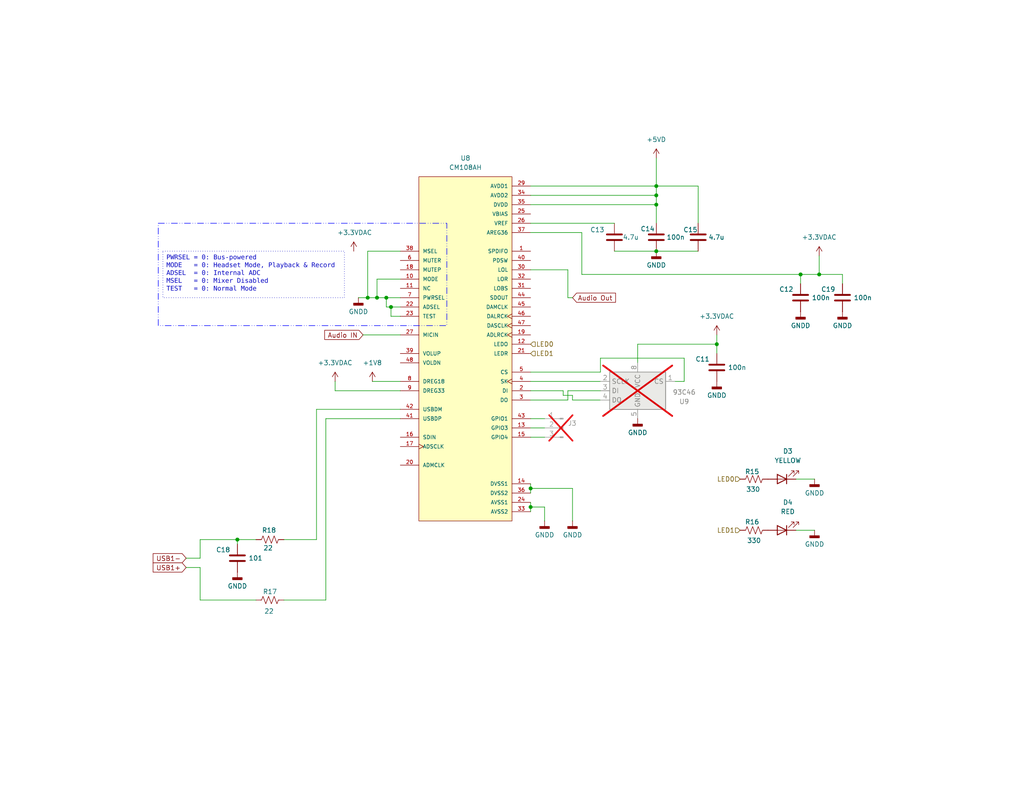
<source format=kicad_sch>
(kicad_sch
	(version 20231120)
	(generator "eeschema")
	(generator_version "8.0")
	(uuid "683cf9f6-67c7-4c5d-8785-0f61e66501c1")
	(paper "USLetter")
	(title_block
		(title "Digital Modes - Radio Interface")
		(rev "0.96")
		(company "VA7DBI")
	)
	(lib_symbols
		(symbol "Connector:Conn_01x03_Pin"
			(pin_names
				(offset 1.016) hide)
			(exclude_from_sim no)
			(in_bom yes)
			(on_board yes)
			(property "Reference" "J"
				(at 0 5.08 0)
				(effects
					(font
						(size 1.27 1.27)
					)
				)
			)
			(property "Value" "Conn_01x03_Pin"
				(at 0 -5.08 0)
				(effects
					(font
						(size 1.27 1.27)
					)
				)
			)
			(property "Footprint" ""
				(at 0 0 0)
				(effects
					(font
						(size 1.27 1.27)
					)
					(hide yes)
				)
			)
			(property "Datasheet" "~"
				(at 0 0 0)
				(effects
					(font
						(size 1.27 1.27)
					)
					(hide yes)
				)
			)
			(property "Description" "Generic connector, single row, 01x03, script generated"
				(at 0 0 0)
				(effects
					(font
						(size 1.27 1.27)
					)
					(hide yes)
				)
			)
			(property "ki_locked" ""
				(at 0 0 0)
				(effects
					(font
						(size 1.27 1.27)
					)
				)
			)
			(property "ki_keywords" "connector"
				(at 0 0 0)
				(effects
					(font
						(size 1.27 1.27)
					)
					(hide yes)
				)
			)
			(property "ki_fp_filters" "Connector*:*_1x??_*"
				(at 0 0 0)
				(effects
					(font
						(size 1.27 1.27)
					)
					(hide yes)
				)
			)
			(symbol "Conn_01x03_Pin_1_1"
				(polyline
					(pts
						(xy 1.27 -2.54) (xy 0.8636 -2.54)
					)
					(stroke
						(width 0.1524)
						(type default)
					)
					(fill
						(type none)
					)
				)
				(polyline
					(pts
						(xy 1.27 0) (xy 0.8636 0)
					)
					(stroke
						(width 0.1524)
						(type default)
					)
					(fill
						(type none)
					)
				)
				(polyline
					(pts
						(xy 1.27 2.54) (xy 0.8636 2.54)
					)
					(stroke
						(width 0.1524)
						(type default)
					)
					(fill
						(type none)
					)
				)
				(rectangle
					(start 0.8636 -2.413)
					(end 0 -2.667)
					(stroke
						(width 0.1524)
						(type default)
					)
					(fill
						(type outline)
					)
				)
				(rectangle
					(start 0.8636 0.127)
					(end 0 -0.127)
					(stroke
						(width 0.1524)
						(type default)
					)
					(fill
						(type outline)
					)
				)
				(rectangle
					(start 0.8636 2.667)
					(end 0 2.413)
					(stroke
						(width 0.1524)
						(type default)
					)
					(fill
						(type outline)
					)
				)
				(pin passive line
					(at 5.08 2.54 180)
					(length 3.81)
					(name "Pin_1"
						(effects
							(font
								(size 1.27 1.27)
							)
						)
					)
					(number "1"
						(effects
							(font
								(size 1.27 1.27)
							)
						)
					)
				)
				(pin passive line
					(at 5.08 0 180)
					(length 3.81)
					(name "Pin_2"
						(effects
							(font
								(size 1.27 1.27)
							)
						)
					)
					(number "2"
						(effects
							(font
								(size 1.27 1.27)
							)
						)
					)
				)
				(pin passive line
					(at 5.08 -2.54 180)
					(length 3.81)
					(name "Pin_3"
						(effects
							(font
								(size 1.27 1.27)
							)
						)
					)
					(number "3"
						(effects
							(font
								(size 1.27 1.27)
							)
						)
					)
				)
			)
		)
		(symbol "Device:C"
			(pin_numbers hide)
			(pin_names
				(offset 0.254)
			)
			(exclude_from_sim no)
			(in_bom yes)
			(on_board yes)
			(property "Reference" "C"
				(at 0.635 2.54 0)
				(effects
					(font
						(size 1.27 1.27)
					)
					(justify left)
				)
			)
			(property "Value" "C"
				(at 0.635 -2.54 0)
				(effects
					(font
						(size 1.27 1.27)
					)
					(justify left)
				)
			)
			(property "Footprint" ""
				(at 0.9652 -3.81 0)
				(effects
					(font
						(size 1.27 1.27)
					)
					(hide yes)
				)
			)
			(property "Datasheet" "~"
				(at 0 0 0)
				(effects
					(font
						(size 1.27 1.27)
					)
					(hide yes)
				)
			)
			(property "Description" "Unpolarized capacitor"
				(at 0 0 0)
				(effects
					(font
						(size 1.27 1.27)
					)
					(hide yes)
				)
			)
			(property "ki_keywords" "cap capacitor"
				(at 0 0 0)
				(effects
					(font
						(size 1.27 1.27)
					)
					(hide yes)
				)
			)
			(property "ki_fp_filters" "C_*"
				(at 0 0 0)
				(effects
					(font
						(size 1.27 1.27)
					)
					(hide yes)
				)
			)
			(symbol "C_0_1"
				(polyline
					(pts
						(xy -2.032 -0.762) (xy 2.032 -0.762)
					)
					(stroke
						(width 0.508)
						(type default)
					)
					(fill
						(type none)
					)
				)
				(polyline
					(pts
						(xy -2.032 0.762) (xy 2.032 0.762)
					)
					(stroke
						(width 0.508)
						(type default)
					)
					(fill
						(type none)
					)
				)
			)
			(symbol "C_1_1"
				(pin passive line
					(at 0 3.81 270)
					(length 2.794)
					(name "~"
						(effects
							(font
								(size 1.27 1.27)
							)
						)
					)
					(number "1"
						(effects
							(font
								(size 1.27 1.27)
							)
						)
					)
				)
				(pin passive line
					(at 0 -3.81 90)
					(length 2.794)
					(name "~"
						(effects
							(font
								(size 1.27 1.27)
							)
						)
					)
					(number "2"
						(effects
							(font
								(size 1.27 1.27)
							)
						)
					)
				)
			)
		)
		(symbol "Device:LED"
			(pin_numbers hide)
			(pin_names
				(offset 1.016) hide)
			(exclude_from_sim no)
			(in_bom yes)
			(on_board yes)
			(property "Reference" "D"
				(at 0 2.54 0)
				(effects
					(font
						(size 1.27 1.27)
					)
				)
			)
			(property "Value" "LED"
				(at 0 -2.54 0)
				(effects
					(font
						(size 1.27 1.27)
					)
				)
			)
			(property "Footprint" ""
				(at 0 0 0)
				(effects
					(font
						(size 1.27 1.27)
					)
					(hide yes)
				)
			)
			(property "Datasheet" "~"
				(at 0 0 0)
				(effects
					(font
						(size 1.27 1.27)
					)
					(hide yes)
				)
			)
			(property "Description" "Light emitting diode"
				(at 0 0 0)
				(effects
					(font
						(size 1.27 1.27)
					)
					(hide yes)
				)
			)
			(property "ki_keywords" "LED diode"
				(at 0 0 0)
				(effects
					(font
						(size 1.27 1.27)
					)
					(hide yes)
				)
			)
			(property "ki_fp_filters" "LED* LED_SMD:* LED_THT:*"
				(at 0 0 0)
				(effects
					(font
						(size 1.27 1.27)
					)
					(hide yes)
				)
			)
			(symbol "LED_0_1"
				(polyline
					(pts
						(xy -1.27 -1.27) (xy -1.27 1.27)
					)
					(stroke
						(width 0.254)
						(type default)
					)
					(fill
						(type none)
					)
				)
				(polyline
					(pts
						(xy -1.27 0) (xy 1.27 0)
					)
					(stroke
						(width 0)
						(type default)
					)
					(fill
						(type none)
					)
				)
				(polyline
					(pts
						(xy 1.27 -1.27) (xy 1.27 1.27) (xy -1.27 0) (xy 1.27 -1.27)
					)
					(stroke
						(width 0.254)
						(type default)
					)
					(fill
						(type none)
					)
				)
				(polyline
					(pts
						(xy -3.048 -0.762) (xy -4.572 -2.286) (xy -3.81 -2.286) (xy -4.572 -2.286) (xy -4.572 -1.524)
					)
					(stroke
						(width 0)
						(type default)
					)
					(fill
						(type none)
					)
				)
				(polyline
					(pts
						(xy -1.778 -0.762) (xy -3.302 -2.286) (xy -2.54 -2.286) (xy -3.302 -2.286) (xy -3.302 -1.524)
					)
					(stroke
						(width 0)
						(type default)
					)
					(fill
						(type none)
					)
				)
			)
			(symbol "LED_1_1"
				(pin passive line
					(at -3.81 0 0)
					(length 2.54)
					(name "K"
						(effects
							(font
								(size 1.27 1.27)
							)
						)
					)
					(number "1"
						(effects
							(font
								(size 1.27 1.27)
							)
						)
					)
				)
				(pin passive line
					(at 3.81 0 180)
					(length 2.54)
					(name "A"
						(effects
							(font
								(size 1.27 1.27)
							)
						)
					)
					(number "2"
						(effects
							(font
								(size 1.27 1.27)
							)
						)
					)
				)
			)
		)
		(symbol "Device:R_US"
			(pin_numbers hide)
			(pin_names
				(offset 0)
			)
			(exclude_from_sim no)
			(in_bom yes)
			(on_board yes)
			(property "Reference" "R"
				(at 2.54 0 90)
				(effects
					(font
						(size 1.27 1.27)
					)
				)
			)
			(property "Value" "R_US"
				(at -2.54 0 90)
				(effects
					(font
						(size 1.27 1.27)
					)
				)
			)
			(property "Footprint" ""
				(at 1.016 -0.254 90)
				(effects
					(font
						(size 1.27 1.27)
					)
					(hide yes)
				)
			)
			(property "Datasheet" "~"
				(at 0 0 0)
				(effects
					(font
						(size 1.27 1.27)
					)
					(hide yes)
				)
			)
			(property "Description" "Resistor, US symbol"
				(at 0 0 0)
				(effects
					(font
						(size 1.27 1.27)
					)
					(hide yes)
				)
			)
			(property "ki_keywords" "R res resistor"
				(at 0 0 0)
				(effects
					(font
						(size 1.27 1.27)
					)
					(hide yes)
				)
			)
			(property "ki_fp_filters" "R_*"
				(at 0 0 0)
				(effects
					(font
						(size 1.27 1.27)
					)
					(hide yes)
				)
			)
			(symbol "R_US_0_1"
				(polyline
					(pts
						(xy 0 -2.286) (xy 0 -2.54)
					)
					(stroke
						(width 0)
						(type default)
					)
					(fill
						(type none)
					)
				)
				(polyline
					(pts
						(xy 0 2.286) (xy 0 2.54)
					)
					(stroke
						(width 0)
						(type default)
					)
					(fill
						(type none)
					)
				)
				(polyline
					(pts
						(xy 0 -0.762) (xy 1.016 -1.143) (xy 0 -1.524) (xy -1.016 -1.905) (xy 0 -2.286)
					)
					(stroke
						(width 0)
						(type default)
					)
					(fill
						(type none)
					)
				)
				(polyline
					(pts
						(xy 0 0.762) (xy 1.016 0.381) (xy 0 0) (xy -1.016 -0.381) (xy 0 -0.762)
					)
					(stroke
						(width 0)
						(type default)
					)
					(fill
						(type none)
					)
				)
				(polyline
					(pts
						(xy 0 2.286) (xy 1.016 1.905) (xy 0 1.524) (xy -1.016 1.143) (xy 0 0.762)
					)
					(stroke
						(width 0)
						(type default)
					)
					(fill
						(type none)
					)
				)
			)
			(symbol "R_US_1_1"
				(pin passive line
					(at 0 3.81 270)
					(length 1.27)
					(name "~"
						(effects
							(font
								(size 1.27 1.27)
							)
						)
					)
					(number "1"
						(effects
							(font
								(size 1.27 1.27)
							)
						)
					)
				)
				(pin passive line
					(at 0 -3.81 90)
					(length 1.27)
					(name "~"
						(effects
							(font
								(size 1.27 1.27)
							)
						)
					)
					(number "2"
						(effects
							(font
								(size 1.27 1.27)
							)
						)
					)
				)
			)
		)
		(symbol "Memory_EEPROM:93CxxB"
			(exclude_from_sim no)
			(in_bom yes)
			(on_board yes)
			(property "Reference" "U"
				(at -7.62 6.35 0)
				(effects
					(font
						(size 1.27 1.27)
					)
				)
			)
			(property "Value" "93CxxB"
				(at 2.54 -6.35 0)
				(effects
					(font
						(size 1.27 1.27)
					)
					(justify left)
				)
			)
			(property "Footprint" ""
				(at 0 0 0)
				(effects
					(font
						(size 1.27 1.27)
					)
					(hide yes)
				)
			)
			(property "Datasheet" "http://ww1.microchip.com/downloads/en/DeviceDoc/20001749K.pdf"
				(at 0 0 0)
				(effects
					(font
						(size 1.27 1.27)
					)
					(hide yes)
				)
			)
			(property "Description" "Serial EEPROM, 93 Series, 5.0V, DIP-8/SOIC-8"
				(at 0 0 0)
				(effects
					(font
						(size 1.27 1.27)
					)
					(hide yes)
				)
			)
			(property "ki_keywords" "EEPROM memory Microwire"
				(at 0 0 0)
				(effects
					(font
						(size 1.27 1.27)
					)
					(hide yes)
				)
			)
			(property "ki_fp_filters" "DIP*W7.62mm* SOIC*3.9x4.9mm*"
				(at 0 0 0)
				(effects
					(font
						(size 1.27 1.27)
					)
					(hide yes)
				)
			)
			(symbol "93CxxB_1_1"
				(rectangle
					(start -7.62 5.08)
					(end 7.62 -5.08)
					(stroke
						(width 0.254)
						(type default)
					)
					(fill
						(type background)
					)
				)
				(pin input line
					(at -10.16 2.54 0)
					(length 2.54)
					(name "CS"
						(effects
							(font
								(size 1.27 1.27)
							)
						)
					)
					(number "1"
						(effects
							(font
								(size 1.27 1.27)
							)
						)
					)
				)
				(pin input line
					(at 10.16 2.54 180)
					(length 2.54)
					(name "SCLK"
						(effects
							(font
								(size 1.27 1.27)
							)
						)
					)
					(number "2"
						(effects
							(font
								(size 1.27 1.27)
							)
						)
					)
				)
				(pin input line
					(at 10.16 0 180)
					(length 2.54)
					(name "DI"
						(effects
							(font
								(size 1.27 1.27)
							)
						)
					)
					(number "3"
						(effects
							(font
								(size 1.27 1.27)
							)
						)
					)
				)
				(pin tri_state line
					(at 10.16 -2.54 180)
					(length 2.54)
					(name "DO"
						(effects
							(font
								(size 1.27 1.27)
							)
						)
					)
					(number "4"
						(effects
							(font
								(size 1.27 1.27)
							)
						)
					)
				)
				(pin power_in line
					(at 0 -7.62 90)
					(length 2.54)
					(name "GND"
						(effects
							(font
								(size 1.27 1.27)
							)
						)
					)
					(number "5"
						(effects
							(font
								(size 1.27 1.27)
							)
						)
					)
				)
				(pin no_connect line
					(at -7.62 0 0)
					(length 2.54) hide
					(name "NC"
						(effects
							(font
								(size 1.27 1.27)
							)
						)
					)
					(number "6"
						(effects
							(font
								(size 1.27 1.27)
							)
						)
					)
				)
				(pin no_connect line
					(at -7.62 -2.54 0)
					(length 2.54) hide
					(name "NC"
						(effects
							(font
								(size 1.27 1.27)
							)
						)
					)
					(number "7"
						(effects
							(font
								(size 1.27 1.27)
							)
						)
					)
				)
				(pin power_in line
					(at 0 7.62 270)
					(length 2.54)
					(name "VCC"
						(effects
							(font
								(size 1.27 1.27)
							)
						)
					)
					(number "8"
						(effects
							(font
								(size 1.27 1.27)
							)
						)
					)
				)
			)
		)
		(symbol "Project_Library:CM108AH"
			(pin_names
				(offset 1.016)
			)
			(exclude_from_sim no)
			(in_bom yes)
			(on_board yes)
			(property "Reference" "U8"
				(at 0 53.34 0)
				(effects
					(font
						(size 1.27 1.27)
					)
				)
			)
			(property "Value" "CM108AH"
				(at 0 50.8 0)
				(effects
					(font
						(size 1.27 1.27)
					)
				)
			)
			(property "Footprint" "CM108AH:QFP50P900X900X160-48N"
				(at 0.762 63.246 0)
				(effects
					(font
						(size 1.27 1.27)
					)
					(justify bottom)
					(hide yes)
				)
			)
			(property "Datasheet" ""
				(at 0 0 0)
				(effects
					(font
						(size 1.27 1.27)
					)
					(hide yes)
				)
			)
			(property "Description" ""
				(at 0 0 0)
				(effects
					(font
						(size 1.27 1.27)
					)
					(hide yes)
				)
			)
			(property "MF" "Cmedia"
				(at 0.762 63.246 0)
				(effects
					(font
						(size 1.27 1.27)
					)
					(justify bottom)
					(hide yes)
				)
			)
			(property "Description_1" "\nA HIGH INTEGRATED USB AUDIO I/O CONTROLLER\n"
				(at 0.508 59.182 0)
				(effects
					(font
						(size 1.27 1.27)
					)
					(justify bottom)
					(hide yes)
				)
			)
			(property "Package" "None"
				(at 0.762 63.246 0)
				(effects
					(font
						(size 1.27 1.27)
					)
					(justify bottom)
					(hide yes)
				)
			)
			(property "Price" "None"
				(at 0.762 63.246 0)
				(effects
					(font
						(size 1.27 1.27)
					)
					(justify bottom)
					(hide yes)
				)
			)
			(property "Check_prices" "https://www.snapeda.com/parts/CM108AH/Cmedia/view-part/?ref=eda"
				(at 4.064 -51.308 0)
				(effects
					(font
						(size 1.27 1.27)
					)
					(justify bottom)
					(hide yes)
				)
			)
			(property "STANDARD" "IPC-7351B"
				(at 0.762 63.246 0)
				(effects
					(font
						(size 1.27 1.27)
					)
					(justify bottom)
					(hide yes)
				)
			)
			(property "PARTREV" "1.9"
				(at 32.258 60.452 0)
				(effects
					(font
						(size 1.27 1.27)
					)
					(justify bottom)
					(hide yes)
				)
			)
			(property "SnapEDA_Link" "https://www.snapeda.com/parts/CM108AH/Cmedia/view-part/?ref=snap"
				(at 2.54 -55.118 0)
				(effects
					(font
						(size 1.27 1.27)
					)
					(justify bottom)
					(hide yes)
				)
			)
			(property "MP" "CM108AH"
				(at 0.762 63.246 0)
				(effects
					(font
						(size 1.27 1.27)
					)
					(justify bottom)
					(hide yes)
				)
			)
			(property "Availability" "Not in stock"
				(at 0.762 63.246 0)
				(effects
					(font
						(size 1.27 1.27)
					)
					(justify bottom)
					(hide yes)
				)
			)
			(property "MANUFACTURER" "Cmedia"
				(at 0.762 63.246 0)
				(effects
					(font
						(size 1.27 1.27)
					)
					(justify bottom)
					(hide yes)
				)
			)
			(symbol "CM108AH_0_0"
				(rectangle
					(start -12.7 48.26)
					(end 12.7 -45.72)
					(stroke
						(width 0.1524)
						(type default)
					)
					(fill
						(type background)
					)
				)
				(pin output line
					(at 17.78 27.94 180)
					(length 5.08)
					(name "SPDIFO"
						(effects
							(font
								(size 1.016 1.016)
							)
						)
					)
					(number "1"
						(effects
							(font
								(size 1.016 1.016)
							)
						)
					)
				)
				(pin input line
					(at -17.78 20.32 0)
					(length 5.08)
					(name "MODE"
						(effects
							(font
								(size 1.016 1.016)
							)
						)
					)
					(number "10"
						(effects
							(font
								(size 1.016 1.016)
							)
						)
					)
				)
				(pin output line
					(at -17.78 17.78 0)
					(length 5.08)
					(name "NC"
						(effects
							(font
								(size 1.016 1.016)
							)
						)
					)
					(number "11"
						(effects
							(font
								(size 1.016 1.016)
							)
						)
					)
				)
				(pin output line
					(at 17.78 2.54 180)
					(length 5.08)
					(name "LEDO"
						(effects
							(font
								(size 1.016 1.016)
							)
						)
					)
					(number "12"
						(effects
							(font
								(size 1.016 1.016)
							)
						)
					)
				)
				(pin bidirectional line
					(at 17.78 -20.32 180)
					(length 5.08)
					(name "GPIO3"
						(effects
							(font
								(size 1.016 1.016)
							)
						)
					)
					(number "13"
						(effects
							(font
								(size 1.016 1.016)
							)
						)
					)
				)
				(pin power_in line
					(at 17.78 -35.56 180)
					(length 5.08)
					(name "DVSS1"
						(effects
							(font
								(size 1.016 1.016)
							)
						)
					)
					(number "14"
						(effects
							(font
								(size 1.016 1.016)
							)
						)
					)
				)
				(pin bidirectional line
					(at 17.78 -22.86 180)
					(length 5.08)
					(name "GPIO4"
						(effects
							(font
								(size 1.016 1.016)
							)
						)
					)
					(number "15"
						(effects
							(font
								(size 1.016 1.016)
							)
						)
					)
				)
				(pin bidirectional line
					(at -17.78 -22.86 0)
					(length 5.08)
					(name "SDIN"
						(effects
							(font
								(size 1.016 1.016)
							)
						)
					)
					(number "16"
						(effects
							(font
								(size 1.016 1.016)
							)
						)
					)
				)
				(pin bidirectional clock
					(at -17.78 -25.4 0)
					(length 5.08)
					(name "ADSCLK"
						(effects
							(font
								(size 1.016 1.016)
							)
						)
					)
					(number "17"
						(effects
							(font
								(size 1.016 1.016)
							)
						)
					)
				)
				(pin input line
					(at -17.78 22.86 0)
					(length 5.08)
					(name "MUTEP"
						(effects
							(font
								(size 1.016 1.016)
							)
						)
					)
					(number "18"
						(effects
							(font
								(size 1.016 1.016)
							)
						)
					)
				)
				(pin output clock
					(at 17.78 5.08 180)
					(length 5.08)
					(name "ADLRCK"
						(effects
							(font
								(size 1.016 1.016)
							)
						)
					)
					(number "19"
						(effects
							(font
								(size 1.016 1.016)
							)
						)
					)
				)
				(pin input line
					(at 17.78 -10.16 180)
					(length 5.08)
					(name "DI"
						(effects
							(font
								(size 1.016 1.016)
							)
						)
					)
					(number "2"
						(effects
							(font
								(size 1.016 1.016)
							)
						)
					)
				)
				(pin bidirectional line
					(at -17.78 -30.48 0)
					(length 5.08)
					(name "ADMCLK"
						(effects
							(font
								(size 1.016 1.016)
							)
						)
					)
					(number "20"
						(effects
							(font
								(size 1.016 1.016)
							)
						)
					)
				)
				(pin output line
					(at 17.78 0 180)
					(length 5.08)
					(name "LEDR"
						(effects
							(font
								(size 1.016 1.016)
							)
						)
					)
					(number "21"
						(effects
							(font
								(size 1.016 1.016)
							)
						)
					)
				)
				(pin input line
					(at -17.78 12.7 0)
					(length 5.08)
					(name "ADSEL"
						(effects
							(font
								(size 1.016 1.016)
							)
						)
					)
					(number "22"
						(effects
							(font
								(size 1.016 1.016)
							)
						)
					)
				)
				(pin input line
					(at -17.78 10.16 0)
					(length 5.08)
					(name "TEST"
						(effects
							(font
								(size 1.016 1.016)
							)
						)
					)
					(number "23"
						(effects
							(font
								(size 1.016 1.016)
							)
						)
					)
				)
				(pin power_in line
					(at 17.78 -40.64 180)
					(length 5.08)
					(name "AVSS1"
						(effects
							(font
								(size 1.016 1.016)
							)
						)
					)
					(number "24"
						(effects
							(font
								(size 1.016 1.016)
							)
						)
					)
				)
				(pin power_in line
					(at 17.78 38.1 180)
					(length 5.08)
					(name "VBIAS"
						(effects
							(font
								(size 1.016 1.016)
							)
						)
					)
					(number "25"
						(effects
							(font
								(size 1.016 1.016)
							)
						)
					)
				)
				(pin power_in line
					(at 17.78 35.56 180)
					(length 5.08)
					(name "VREF"
						(effects
							(font
								(size 1.016 1.016)
							)
						)
					)
					(number "26"
						(effects
							(font
								(size 1.016 1.016)
							)
						)
					)
				)
				(pin input line
					(at -17.78 5.08 0)
					(length 5.08)
					(name "MICIN"
						(effects
							(font
								(size 1.016 1.016)
							)
						)
					)
					(number "27"
						(effects
							(font
								(size 1.016 1.016)
							)
						)
					)
				)
				(pin power_in line
					(at 17.78 45.72 180)
					(length 5.08)
					(name "AVDD1"
						(effects
							(font
								(size 1.016 1.016)
							)
						)
					)
					(number "29"
						(effects
							(font
								(size 1.016 1.016)
							)
						)
					)
				)
				(pin output line
					(at 17.78 -12.7 180)
					(length 5.08)
					(name "DO"
						(effects
							(font
								(size 1.016 1.016)
							)
						)
					)
					(number "3"
						(effects
							(font
								(size 1.016 1.016)
							)
						)
					)
				)
				(pin output line
					(at 17.78 22.86 180)
					(length 5.08)
					(name "LOL"
						(effects
							(font
								(size 1.016 1.016)
							)
						)
					)
					(number "30"
						(effects
							(font
								(size 1.016 1.016)
							)
						)
					)
				)
				(pin output line
					(at 17.78 17.78 180)
					(length 5.08)
					(name "LOBS"
						(effects
							(font
								(size 1.016 1.016)
							)
						)
					)
					(number "31"
						(effects
							(font
								(size 1.016 1.016)
							)
						)
					)
				)
				(pin output line
					(at 17.78 20.32 180)
					(length 5.08)
					(name "LOR"
						(effects
							(font
								(size 1.016 1.016)
							)
						)
					)
					(number "32"
						(effects
							(font
								(size 1.016 1.016)
							)
						)
					)
				)
				(pin power_in line
					(at 17.78 -43.18 180)
					(length 5.08)
					(name "AVSS2"
						(effects
							(font
								(size 1.016 1.016)
							)
						)
					)
					(number "33"
						(effects
							(font
								(size 1.016 1.016)
							)
						)
					)
				)
				(pin power_in line
					(at 17.78 43.18 180)
					(length 5.08)
					(name "AVDD2"
						(effects
							(font
								(size 1.016 1.016)
							)
						)
					)
					(number "34"
						(effects
							(font
								(size 1.016 1.016)
							)
						)
					)
				)
				(pin power_in line
					(at 17.78 40.64 180)
					(length 5.08)
					(name "DVDD"
						(effects
							(font
								(size 1.016 1.016)
							)
						)
					)
					(number "35"
						(effects
							(font
								(size 1.016 1.016)
							)
						)
					)
				)
				(pin power_in line
					(at 17.78 -38.1 180)
					(length 5.08)
					(name "DVSS2"
						(effects
							(font
								(size 1.016 1.016)
							)
						)
					)
					(number "36"
						(effects
							(font
								(size 1.016 1.016)
							)
						)
					)
				)
				(pin power_out line
					(at 17.78 33.02 180)
					(length 5.08)
					(name "AREG36"
						(effects
							(font
								(size 1.016 1.016)
							)
						)
					)
					(number "37"
						(effects
							(font
								(size 1.016 1.016)
							)
						)
					)
				)
				(pin input line
					(at -17.78 27.94 0)
					(length 5.08)
					(name "MSEL"
						(effects
							(font
								(size 1.016 1.016)
							)
						)
					)
					(number "38"
						(effects
							(font
								(size 1.016 1.016)
							)
						)
					)
				)
				(pin input line
					(at -17.78 0 0)
					(length 5.08)
					(name "VOLUP"
						(effects
							(font
								(size 1.016 1.016)
							)
						)
					)
					(number "39"
						(effects
							(font
								(size 1.016 1.016)
							)
						)
					)
				)
				(pin output clock
					(at 17.78 -7.62 180)
					(length 5.08)
					(name "SK"
						(effects
							(font
								(size 1.016 1.016)
							)
						)
					)
					(number "4"
						(effects
							(font
								(size 1.016 1.016)
							)
						)
					)
				)
				(pin output line
					(at 17.78 25.4 180)
					(length 5.08)
					(name "PDSW"
						(effects
							(font
								(size 1.016 1.016)
							)
						)
					)
					(number "40"
						(effects
							(font
								(size 1.016 1.016)
							)
						)
					)
				)
				(pin bidirectional line
					(at -17.78 -17.78 0)
					(length 5.08)
					(name "USBDP"
						(effects
							(font
								(size 1.016 1.016)
							)
						)
					)
					(number "41"
						(effects
							(font
								(size 1.016 1.016)
							)
						)
					)
				)
				(pin bidirectional line
					(at -17.78 -15.24 0)
					(length 5.08)
					(name "USBDM"
						(effects
							(font
								(size 1.016 1.016)
							)
						)
					)
					(number "42"
						(effects
							(font
								(size 1.016 1.016)
							)
						)
					)
				)
				(pin bidirectional line
					(at 17.78 -17.78 180)
					(length 5.08)
					(name "GPIO1"
						(effects
							(font
								(size 1.016 1.016)
							)
						)
					)
					(number "43"
						(effects
							(font
								(size 1.016 1.016)
							)
						)
					)
				)
				(pin output line
					(at 17.78 15.24 180)
					(length 5.08)
					(name "SDOUT"
						(effects
							(font
								(size 1.016 1.016)
							)
						)
					)
					(number "44"
						(effects
							(font
								(size 1.016 1.016)
							)
						)
					)
				)
				(pin output line
					(at 17.78 12.7 180)
					(length 5.08)
					(name "DAMCLK"
						(effects
							(font
								(size 1.016 1.016)
							)
						)
					)
					(number "45"
						(effects
							(font
								(size 1.016 1.016)
							)
						)
					)
				)
				(pin output clock
					(at 17.78 10.16 180)
					(length 5.08)
					(name "DALRCK"
						(effects
							(font
								(size 1.016 1.016)
							)
						)
					)
					(number "46"
						(effects
							(font
								(size 1.016 1.016)
							)
						)
					)
				)
				(pin output clock
					(at 17.78 7.62 180)
					(length 5.08)
					(name "DASCLK"
						(effects
							(font
								(size 1.016 1.016)
							)
						)
					)
					(number "47"
						(effects
							(font
								(size 1.016 1.016)
							)
						)
					)
				)
				(pin input line
					(at -17.78 -2.54 0)
					(length 5.08)
					(name "VOLDN"
						(effects
							(font
								(size 1.016 1.016)
							)
						)
					)
					(number "48"
						(effects
							(font
								(size 1.016 1.016)
							)
						)
					)
				)
				(pin output line
					(at 17.78 -5.08 180)
					(length 5.08)
					(name "CS"
						(effects
							(font
								(size 1.016 1.016)
							)
						)
					)
					(number "5"
						(effects
							(font
								(size 1.016 1.016)
							)
						)
					)
				)
				(pin input line
					(at -17.78 25.4 0)
					(length 5.08)
					(name "MUTER"
						(effects
							(font
								(size 1.016 1.016)
							)
						)
					)
					(number "6"
						(effects
							(font
								(size 1.016 1.016)
							)
						)
					)
				)
				(pin input line
					(at -17.78 15.24 0)
					(length 5.08)
					(name "PWRSEL"
						(effects
							(font
								(size 1.016 1.016)
							)
						)
					)
					(number "7"
						(effects
							(font
								(size 1.016 1.016)
							)
						)
					)
				)
				(pin power_out line
					(at -17.78 -7.62 0)
					(length 5.08)
					(name "DREG18"
						(effects
							(font
								(size 1.016 1.016)
							)
						)
					)
					(number "8"
						(effects
							(font
								(size 1.016 1.016)
							)
						)
					)
				)
				(pin power_out line
					(at -17.78 -10.16 0)
					(length 5.08)
					(name "DREG33"
						(effects
							(font
								(size 1.016 1.016)
							)
						)
					)
					(number "9"
						(effects
							(font
								(size 1.016 1.016)
							)
						)
					)
				)
			)
		)
		(symbol "power:+1V8"
			(power)
			(pin_numbers hide)
			(pin_names
				(offset 0) hide)
			(exclude_from_sim no)
			(in_bom yes)
			(on_board yes)
			(property "Reference" "#PWR"
				(at 0 -3.81 0)
				(effects
					(font
						(size 1.27 1.27)
					)
					(hide yes)
				)
			)
			(property "Value" "+1V8"
				(at 0 3.556 0)
				(effects
					(font
						(size 1.27 1.27)
					)
				)
			)
			(property "Footprint" ""
				(at 0 0 0)
				(effects
					(font
						(size 1.27 1.27)
					)
					(hide yes)
				)
			)
			(property "Datasheet" ""
				(at 0 0 0)
				(effects
					(font
						(size 1.27 1.27)
					)
					(hide yes)
				)
			)
			(property "Description" "Power symbol creates a global label with name \"+1V8\""
				(at 0 0 0)
				(effects
					(font
						(size 1.27 1.27)
					)
					(hide yes)
				)
			)
			(property "ki_keywords" "global power"
				(at 0 0 0)
				(effects
					(font
						(size 1.27 1.27)
					)
					(hide yes)
				)
			)
			(symbol "+1V8_0_1"
				(polyline
					(pts
						(xy -0.762 1.27) (xy 0 2.54)
					)
					(stroke
						(width 0)
						(type default)
					)
					(fill
						(type none)
					)
				)
				(polyline
					(pts
						(xy 0 0) (xy 0 2.54)
					)
					(stroke
						(width 0)
						(type default)
					)
					(fill
						(type none)
					)
				)
				(polyline
					(pts
						(xy 0 2.54) (xy 0.762 1.27)
					)
					(stroke
						(width 0)
						(type default)
					)
					(fill
						(type none)
					)
				)
			)
			(symbol "+1V8_1_1"
				(pin power_in line
					(at 0 0 90)
					(length 0)
					(name "~"
						(effects
							(font
								(size 1.27 1.27)
							)
						)
					)
					(number "1"
						(effects
							(font
								(size 1.27 1.27)
							)
						)
					)
				)
			)
		)
		(symbol "power:+3.3VDAC"
			(power)
			(pin_numbers hide)
			(pin_names
				(offset 0) hide)
			(exclude_from_sim no)
			(in_bom yes)
			(on_board yes)
			(property "Reference" "#PWR"
				(at 3.81 -1.27 0)
				(effects
					(font
						(size 1.27 1.27)
					)
					(hide yes)
				)
			)
			(property "Value" "+3.3VDAC"
				(at 0 3.556 0)
				(effects
					(font
						(size 1.27 1.27)
					)
				)
			)
			(property "Footprint" ""
				(at 0 0 0)
				(effects
					(font
						(size 1.27 1.27)
					)
					(hide yes)
				)
			)
			(property "Datasheet" ""
				(at 0 0 0)
				(effects
					(font
						(size 1.27 1.27)
					)
					(hide yes)
				)
			)
			(property "Description" "Power symbol creates a global label with name \"+3.3VDAC\""
				(at 0 0 0)
				(effects
					(font
						(size 1.27 1.27)
					)
					(hide yes)
				)
			)
			(property "ki_keywords" "global power"
				(at 0 0 0)
				(effects
					(font
						(size 1.27 1.27)
					)
					(hide yes)
				)
			)
			(symbol "+3.3VDAC_0_0"
				(pin power_in line
					(at 0 0 90)
					(length 0)
					(name "~"
						(effects
							(font
								(size 1.27 1.27)
							)
						)
					)
					(number "1"
						(effects
							(font
								(size 1.27 1.27)
							)
						)
					)
				)
			)
			(symbol "+3.3VDAC_0_1"
				(polyline
					(pts
						(xy -0.762 1.27) (xy 0 2.54)
					)
					(stroke
						(width 0)
						(type default)
					)
					(fill
						(type none)
					)
				)
				(polyline
					(pts
						(xy 0 0) (xy 0 2.54)
					)
					(stroke
						(width 0)
						(type default)
					)
					(fill
						(type none)
					)
				)
				(polyline
					(pts
						(xy 0 2.54) (xy 0.762 1.27)
					)
					(stroke
						(width 0)
						(type default)
					)
					(fill
						(type none)
					)
				)
			)
		)
		(symbol "power:+5VD"
			(power)
			(pin_numbers hide)
			(pin_names
				(offset 0) hide)
			(exclude_from_sim no)
			(in_bom yes)
			(on_board yes)
			(property "Reference" "#PWR"
				(at 0 -3.81 0)
				(effects
					(font
						(size 1.27 1.27)
					)
					(hide yes)
				)
			)
			(property "Value" "+5VD"
				(at 0 3.556 0)
				(effects
					(font
						(size 1.27 1.27)
					)
				)
			)
			(property "Footprint" ""
				(at 0 0 0)
				(effects
					(font
						(size 1.27 1.27)
					)
					(hide yes)
				)
			)
			(property "Datasheet" ""
				(at 0 0 0)
				(effects
					(font
						(size 1.27 1.27)
					)
					(hide yes)
				)
			)
			(property "Description" "Power symbol creates a global label with name \"+5VD\""
				(at 0 0 0)
				(effects
					(font
						(size 1.27 1.27)
					)
					(hide yes)
				)
			)
			(property "ki_keywords" "global power"
				(at 0 0 0)
				(effects
					(font
						(size 1.27 1.27)
					)
					(hide yes)
				)
			)
			(symbol "+5VD_0_1"
				(polyline
					(pts
						(xy -0.762 1.27) (xy 0 2.54)
					)
					(stroke
						(width 0)
						(type default)
					)
					(fill
						(type none)
					)
				)
				(polyline
					(pts
						(xy 0 0) (xy 0 2.54)
					)
					(stroke
						(width 0)
						(type default)
					)
					(fill
						(type none)
					)
				)
				(polyline
					(pts
						(xy 0 2.54) (xy 0.762 1.27)
					)
					(stroke
						(width 0)
						(type default)
					)
					(fill
						(type none)
					)
				)
			)
			(symbol "+5VD_1_1"
				(pin power_in line
					(at 0 0 90)
					(length 0)
					(name "~"
						(effects
							(font
								(size 1.27 1.27)
							)
						)
					)
					(number "1"
						(effects
							(font
								(size 1.27 1.27)
							)
						)
					)
				)
			)
		)
		(symbol "power:GNDD"
			(power)
			(pin_numbers hide)
			(pin_names
				(offset 0) hide)
			(exclude_from_sim no)
			(in_bom yes)
			(on_board yes)
			(property "Reference" "#PWR"
				(at 0 -6.35 0)
				(effects
					(font
						(size 1.27 1.27)
					)
					(hide yes)
				)
			)
			(property "Value" "GNDD"
				(at 0 -3.175 0)
				(effects
					(font
						(size 1.27 1.27)
					)
				)
			)
			(property "Footprint" ""
				(at 0 0 0)
				(effects
					(font
						(size 1.27 1.27)
					)
					(hide yes)
				)
			)
			(property "Datasheet" ""
				(at 0 0 0)
				(effects
					(font
						(size 1.27 1.27)
					)
					(hide yes)
				)
			)
			(property "Description" "Power symbol creates a global label with name \"GNDD\" , digital ground"
				(at 0 0 0)
				(effects
					(font
						(size 1.27 1.27)
					)
					(hide yes)
				)
			)
			(property "ki_keywords" "global power"
				(at 0 0 0)
				(effects
					(font
						(size 1.27 1.27)
					)
					(hide yes)
				)
			)
			(symbol "GNDD_0_1"
				(rectangle
					(start -1.27 -1.524)
					(end 1.27 -2.032)
					(stroke
						(width 0.254)
						(type default)
					)
					(fill
						(type outline)
					)
				)
				(polyline
					(pts
						(xy 0 0) (xy 0 -1.524)
					)
					(stroke
						(width 0)
						(type default)
					)
					(fill
						(type none)
					)
				)
			)
			(symbol "GNDD_1_1"
				(pin power_in line
					(at 0 0 270)
					(length 0)
					(name "~"
						(effects
							(font
								(size 1.27 1.27)
							)
						)
					)
					(number "1"
						(effects
							(font
								(size 1.27 1.27)
							)
						)
					)
				)
			)
		)
	)
	(junction
		(at 179.07 68.58)
		(diameter 0)
		(color 0 0 0 0)
		(uuid "0dda77fa-0266-4534-8f92-87a21656ca38")
	)
	(junction
		(at 105.41 81.28)
		(diameter 0)
		(color 0 0 0 0)
		(uuid "204c99be-0a22-4042-94fc-e7c886d3d205")
	)
	(junction
		(at 144.78 138.43)
		(diameter 0)
		(color 0 0 0 0)
		(uuid "3d4ad6c2-42cc-491e-a698-3507fc01739f")
	)
	(junction
		(at 179.07 50.8)
		(diameter 0)
		(color 0 0 0 0)
		(uuid "462fa6a7-d265-4969-b5b8-3fece28024ae")
	)
	(junction
		(at 144.78 133.35)
		(diameter 0)
		(color 0 0 0 0)
		(uuid "4e0978f8-f906-4f6e-ba65-9e4ce8291047")
	)
	(junction
		(at 195.58 93.98)
		(diameter 0)
		(color 0 0 0 0)
		(uuid "639e9e43-7390-478b-80c7-ad3d2de491e2")
	)
	(junction
		(at 102.87 81.28)
		(diameter 0)
		(color 0 0 0 0)
		(uuid "81eeecf6-e200-4d66-a137-ff13cc465e74")
	)
	(junction
		(at 64.77 147.32)
		(diameter 0)
		(color 0 0 0 0)
		(uuid "8248804a-12d1-44dd-8189-ad56a7af6fe7")
	)
	(junction
		(at 218.44 74.93)
		(diameter 0)
		(color 0 0 0 0)
		(uuid "87414db1-ec0f-4d4b-b4b8-242146cc417b")
	)
	(junction
		(at 100.33 81.28)
		(diameter 0)
		(color 0 0 0 0)
		(uuid "9230d23c-78f3-45ab-9747-b711f896c82f")
	)
	(junction
		(at 106.68 83.82)
		(diameter 0)
		(color 0 0 0 0)
		(uuid "b1f730e1-026f-493f-a89c-d665edcb227b")
	)
	(junction
		(at 179.07 55.88)
		(diameter 0)
		(color 0 0 0 0)
		(uuid "c1864af9-00a8-4f71-af2d-100b279382a8")
	)
	(junction
		(at 223.52 74.93)
		(diameter 0)
		(color 0 0 0 0)
		(uuid "cabf2264-72eb-471c-aab1-a294d7ad202d")
	)
	(junction
		(at 179.07 53.34)
		(diameter 0)
		(color 0 0 0 0)
		(uuid "f2354d39-0cc4-44bd-9d59-b76ed952087e")
	)
	(wire
		(pts
			(xy 54.61 152.4) (xy 54.61 147.32)
		)
		(stroke
			(width 0)
			(type default)
		)
		(uuid "00d7b161-8eaa-41c4-b339-588e5f21f46b")
	)
	(wire
		(pts
			(xy 163.83 106.68) (xy 154.94 106.68)
		)
		(stroke
			(width 0)
			(type default)
		)
		(uuid "016061fb-ac1c-46e5-b06c-393af4ce0daa")
	)
	(wire
		(pts
			(xy 144.78 50.8) (xy 179.07 50.8)
		)
		(stroke
			(width 0)
			(type default)
		)
		(uuid "0b019fd8-1387-4db9-8ad6-0c0eb021f795")
	)
	(wire
		(pts
			(xy 179.07 55.88) (xy 179.07 60.96)
		)
		(stroke
			(width 0)
			(type default)
		)
		(uuid "0b65a0f0-dce9-47b3-90d8-13ca67cc2ea4")
	)
	(wire
		(pts
			(xy 50.8 152.4) (xy 54.61 152.4)
		)
		(stroke
			(width 0)
			(type default)
		)
		(uuid "0e5d8437-3355-4496-b9f9-d4a09db0a8dc")
	)
	(wire
		(pts
			(xy 91.44 104.14) (xy 91.44 106.68)
		)
		(stroke
			(width 0)
			(type default)
		)
		(uuid "101aff13-c8ee-4402-929a-21b12c3a4340")
	)
	(wire
		(pts
			(xy 144.78 63.5) (xy 158.75 63.5)
		)
		(stroke
			(width 0)
			(type default)
		)
		(uuid "114e6353-adfc-463c-a96c-dc68c3191c94")
	)
	(wire
		(pts
			(xy 154.94 81.28) (xy 156.21 81.28)
		)
		(stroke
			(width 0)
			(type default)
		)
		(uuid "142938e5-53a1-4dcc-b690-78e45e548647")
	)
	(wire
		(pts
			(xy 173.99 93.98) (xy 195.58 93.98)
		)
		(stroke
			(width 0)
			(type default)
		)
		(uuid "14ce51ee-b9ef-4ad6-98d3-cd1fe148efa3")
	)
	(wire
		(pts
			(xy 158.75 63.5) (xy 158.75 74.93)
		)
		(stroke
			(width 0)
			(type default)
		)
		(uuid "16fa003a-8906-4dbf-be31-69c6e308b178")
	)
	(wire
		(pts
			(xy 153.67 107.95) (xy 153.67 106.68)
		)
		(stroke
			(width 0)
			(type default)
		)
		(uuid "17b555ca-a7d0-496e-9c13-bff9e893b5e9")
	)
	(wire
		(pts
			(xy 99.06 91.44) (xy 109.22 91.44)
		)
		(stroke
			(width 0)
			(type default)
		)
		(uuid "1cd59e44-eccb-4a28-9ee7-dae317669c35")
	)
	(wire
		(pts
			(xy 105.41 83.82) (xy 106.68 83.82)
		)
		(stroke
			(width 0)
			(type default)
		)
		(uuid "23f4020e-e49f-4fb2-90ea-4a434f7a73e8")
	)
	(wire
		(pts
			(xy 144.78 137.16) (xy 144.78 138.43)
		)
		(stroke
			(width 0)
			(type default)
		)
		(uuid "277d6dd6-d83b-4976-9923-44fc18ccff67")
	)
	(wire
		(pts
			(xy 167.64 68.58) (xy 179.07 68.58)
		)
		(stroke
			(width 0)
			(type default)
		)
		(uuid "27b48a41-01e6-40ba-95b4-db8b31601a76")
	)
	(wire
		(pts
			(xy 106.68 86.36) (xy 106.68 83.82)
		)
		(stroke
			(width 0)
			(type default)
		)
		(uuid "2e397251-b47e-4023-a899-6f757096e3f0")
	)
	(wire
		(pts
			(xy 179.07 43.18) (xy 179.07 50.8)
		)
		(stroke
			(width 0)
			(type default)
		)
		(uuid "30a19813-f955-47c6-9028-870db69e9f82")
	)
	(wire
		(pts
			(xy 154.94 73.66) (xy 144.78 73.66)
		)
		(stroke
			(width 0)
			(type default)
		)
		(uuid "30f4628c-259f-4360-a00e-c571ede64cca")
	)
	(wire
		(pts
			(xy 77.47 147.32) (xy 86.36 147.32)
		)
		(stroke
			(width 0)
			(type default)
		)
		(uuid "326f407d-b916-437c-b739-33b662a36895")
	)
	(wire
		(pts
			(xy 54.61 147.32) (xy 64.77 147.32)
		)
		(stroke
			(width 0)
			(type default)
		)
		(uuid "3629bbae-8bdf-4271-8c27-1876bc32ca6c")
	)
	(wire
		(pts
			(xy 158.75 74.93) (xy 218.44 74.93)
		)
		(stroke
			(width 0)
			(type default)
		)
		(uuid "367bb118-0726-461c-83b5-4606076f0981")
	)
	(wire
		(pts
			(xy 54.61 154.94) (xy 54.61 163.83)
		)
		(stroke
			(width 0)
			(type default)
		)
		(uuid "3d6a7749-ab52-4182-b1cb-52c95eb03462")
	)
	(wire
		(pts
			(xy 186.69 97.79) (xy 186.69 104.14)
		)
		(stroke
			(width 0)
			(type default)
		)
		(uuid "4064d9d4-830a-4362-b2b4-b892bb0a451b")
	)
	(wire
		(pts
			(xy 163.83 97.79) (xy 186.69 97.79)
		)
		(stroke
			(width 0)
			(type default)
		)
		(uuid "41249c0d-403c-490f-b7b4-487945c21a9f")
	)
	(wire
		(pts
			(xy 179.07 50.8) (xy 179.07 53.34)
		)
		(stroke
			(width 0)
			(type default)
		)
		(uuid "47d51996-21dc-4b1a-a6f2-74de451153ed")
	)
	(wire
		(pts
			(xy 156.21 133.35) (xy 156.21 142.24)
		)
		(stroke
			(width 0)
			(type default)
		)
		(uuid "4ae78b0f-be42-4b5a-8903-b3a9e2d092a8")
	)
	(wire
		(pts
			(xy 195.58 96.52) (xy 195.58 93.98)
		)
		(stroke
			(width 0)
			(type default)
		)
		(uuid "4dceafec-2fdd-462a-9cb7-12c7f645d029")
	)
	(wire
		(pts
			(xy 109.22 86.36) (xy 106.68 86.36)
		)
		(stroke
			(width 0)
			(type default)
		)
		(uuid "50277ce7-a700-4718-98a2-cb63465297a3")
	)
	(wire
		(pts
			(xy 86.36 111.76) (xy 109.22 111.76)
		)
		(stroke
			(width 0)
			(type default)
		)
		(uuid "52088f0f-f9df-4ec6-adcb-ed07f0b9b67b")
	)
	(wire
		(pts
			(xy 54.61 163.83) (xy 69.85 163.83)
		)
		(stroke
			(width 0)
			(type default)
		)
		(uuid "5435d8d1-ed55-44cd-97c9-fd37da783727")
	)
	(wire
		(pts
			(xy 88.9 163.83) (xy 77.47 163.83)
		)
		(stroke
			(width 0)
			(type default)
		)
		(uuid "54f6d38f-cd6b-425e-82d3-42da3735a821")
	)
	(wire
		(pts
			(xy 144.78 138.43) (xy 148.59 138.43)
		)
		(stroke
			(width 0)
			(type default)
		)
		(uuid "5a1125ef-ba24-4757-884f-9c150d2c0f4c")
	)
	(wire
		(pts
			(xy 144.78 60.96) (xy 167.64 60.96)
		)
		(stroke
			(width 0)
			(type default)
		)
		(uuid "5cb683ff-b77e-4d40-b793-64a4d2ef60d2")
	)
	(wire
		(pts
			(xy 218.44 74.93) (xy 218.44 77.47)
		)
		(stroke
			(width 0)
			(type default)
		)
		(uuid "5d2030d7-e584-4df0-afba-748c61584ad1")
	)
	(wire
		(pts
			(xy 154.94 106.68) (xy 154.94 109.22)
		)
		(stroke
			(width 0)
			(type default)
		)
		(uuid "65b4b9c1-8de3-4892-9a21-b2752ca283fe")
	)
	(wire
		(pts
			(xy 154.94 109.22) (xy 144.78 109.22)
		)
		(stroke
			(width 0)
			(type default)
		)
		(uuid "6ce5e56a-5493-452f-a343-0bb246722ed2")
	)
	(wire
		(pts
			(xy 179.07 53.34) (xy 179.07 55.88)
		)
		(stroke
			(width 0)
			(type default)
		)
		(uuid "6d1987b1-b806-45bc-8214-a6d29a11d473")
	)
	(wire
		(pts
			(xy 106.68 83.82) (xy 109.22 83.82)
		)
		(stroke
			(width 0)
			(type default)
		)
		(uuid "6faae998-ac4b-4abf-b511-c7d63b6d6905")
	)
	(wire
		(pts
			(xy 144.78 133.35) (xy 156.21 133.35)
		)
		(stroke
			(width 0)
			(type default)
		)
		(uuid "7025db66-ec5d-4d19-96dc-8afff748cbdd")
	)
	(wire
		(pts
			(xy 144.78 116.84) (xy 148.59 116.84)
		)
		(stroke
			(width 0)
			(type default)
		)
		(uuid "70fe79b0-b2fe-44c5-a1b4-688af7a8cb08")
	)
	(wire
		(pts
			(xy 105.41 81.28) (xy 109.22 81.28)
		)
		(stroke
			(width 0)
			(type default)
		)
		(uuid "7276499d-9ff5-460e-8a0b-adb9a1ec0afb")
	)
	(wire
		(pts
			(xy 64.77 148.59) (xy 64.77 147.32)
		)
		(stroke
			(width 0)
			(type default)
		)
		(uuid "7b9419d1-7e8a-4c07-97ec-5dc1fe5cbaef")
	)
	(wire
		(pts
			(xy 148.59 138.43) (xy 148.59 142.24)
		)
		(stroke
			(width 0)
			(type default)
		)
		(uuid "7ed966dd-4656-436a-8f2a-29c2718a44d6")
	)
	(wire
		(pts
			(xy 144.78 138.43) (xy 144.78 139.7)
		)
		(stroke
			(width 0)
			(type default)
		)
		(uuid "8123aa17-dd52-49c5-8194-030352884481")
	)
	(wire
		(pts
			(xy 144.78 119.38) (xy 148.59 119.38)
		)
		(stroke
			(width 0)
			(type default)
		)
		(uuid "84234215-a4df-4da9-ac4a-7d71f5aecf7a")
	)
	(wire
		(pts
			(xy 101.6 104.14) (xy 109.22 104.14)
		)
		(stroke
			(width 0)
			(type default)
		)
		(uuid "875d406e-1ab3-43ce-ae66-e9713239faaa")
	)
	(wire
		(pts
			(xy 102.87 76.2) (xy 109.22 76.2)
		)
		(stroke
			(width 0)
			(type default)
		)
		(uuid "890ac3f7-41d6-4084-8b3f-2c8429f2821b")
	)
	(wire
		(pts
			(xy 97.79 81.28) (xy 100.33 81.28)
		)
		(stroke
			(width 0)
			(type default)
		)
		(uuid "896d697d-674a-49ae-bbfb-de461972a8e3")
	)
	(wire
		(pts
			(xy 100.33 68.58) (xy 109.22 68.58)
		)
		(stroke
			(width 0)
			(type default)
		)
		(uuid "8a9ca58e-c3d4-46f2-886e-c54d9e57d6c4")
	)
	(wire
		(pts
			(xy 218.44 74.93) (xy 223.52 74.93)
		)
		(stroke
			(width 0)
			(type default)
		)
		(uuid "8b1a9d02-9489-4068-9421-9fa7840a3b23")
	)
	(wire
		(pts
			(xy 190.5 50.8) (xy 190.5 60.96)
		)
		(stroke
			(width 0)
			(type default)
		)
		(uuid "95f30ee7-71fc-4f4c-bd62-bd9483b44913")
	)
	(wire
		(pts
			(xy 195.58 91.44) (xy 195.58 93.98)
		)
		(stroke
			(width 0)
			(type default)
		)
		(uuid "95f8adfb-cfb7-4c80-b312-a5d8ce196a73")
	)
	(wire
		(pts
			(xy 91.44 106.68) (xy 109.22 106.68)
		)
		(stroke
			(width 0)
			(type default)
		)
		(uuid "9a115497-2c5c-4d72-a41d-2fd2b603519f")
	)
	(wire
		(pts
			(xy 105.41 81.28) (xy 105.41 83.82)
		)
		(stroke
			(width 0)
			(type default)
		)
		(uuid "9a3bc0d5-d90e-44a1-acfd-45f67c8190cc")
	)
	(wire
		(pts
			(xy 217.17 130.81) (xy 222.25 130.81)
		)
		(stroke
			(width 0)
			(type default)
		)
		(uuid "9d896c10-355d-40ae-afdc-6317c5ace146")
	)
	(wire
		(pts
			(xy 100.33 81.28) (xy 102.87 81.28)
		)
		(stroke
			(width 0)
			(type default)
		)
		(uuid "a4220103-2e3c-4ee8-9650-a089590eb5ff")
	)
	(wire
		(pts
			(xy 186.69 104.14) (xy 184.15 104.14)
		)
		(stroke
			(width 0)
			(type default)
		)
		(uuid "a428796c-010c-456f-9b43-ea4ce3ec1c66")
	)
	(wire
		(pts
			(xy 102.87 76.2) (xy 102.87 81.28)
		)
		(stroke
			(width 0)
			(type default)
		)
		(uuid "ad74346a-e77d-440d-842a-d7be37bf47e6")
	)
	(wire
		(pts
			(xy 144.78 53.34) (xy 179.07 53.34)
		)
		(stroke
			(width 0)
			(type default)
		)
		(uuid "b496f4d9-0e56-45d6-9702-fde2c8ad3ad3")
	)
	(wire
		(pts
			(xy 163.83 109.22) (xy 156.21 109.22)
		)
		(stroke
			(width 0)
			(type default)
		)
		(uuid "b4cae6b5-da80-479c-81f7-69a7ee03ef6f")
	)
	(wire
		(pts
			(xy 153.67 106.68) (xy 144.78 106.68)
		)
		(stroke
			(width 0)
			(type default)
		)
		(uuid "b9b76bca-d96e-4433-aa6f-581026d477ae")
	)
	(wire
		(pts
			(xy 88.9 114.3) (xy 88.9 163.83)
		)
		(stroke
			(width 0)
			(type default)
		)
		(uuid "baa127bb-8843-48cf-bfa7-08b10082569e")
	)
	(wire
		(pts
			(xy 64.77 147.32) (xy 69.85 147.32)
		)
		(stroke
			(width 0)
			(type default)
		)
		(uuid "bce38c47-2ef4-40d9-8354-4623f12c6377")
	)
	(wire
		(pts
			(xy 144.78 101.6) (xy 163.83 101.6)
		)
		(stroke
			(width 0)
			(type default)
		)
		(uuid "be2c707e-d2ff-4961-bb12-1bf6f35b2a6e")
	)
	(wire
		(pts
			(xy 144.78 132.08) (xy 144.78 133.35)
		)
		(stroke
			(width 0)
			(type default)
		)
		(uuid "c0f2d044-a215-4e64-8075-d55d04eac487")
	)
	(wire
		(pts
			(xy 156.21 107.95) (xy 153.67 107.95)
		)
		(stroke
			(width 0)
			(type default)
		)
		(uuid "c1a2fbf3-b5b0-4f62-a633-ba79cdd1761a")
	)
	(wire
		(pts
			(xy 229.87 74.93) (xy 229.87 77.47)
		)
		(stroke
			(width 0)
			(type default)
		)
		(uuid "c2435ae7-b98c-48cc-a650-c0f085152e66")
	)
	(wire
		(pts
			(xy 217.17 144.78) (xy 222.25 144.78)
		)
		(stroke
			(width 0)
			(type default)
		)
		(uuid "caf91448-d657-425b-83a9-5161cd175f69")
	)
	(wire
		(pts
			(xy 179.07 50.8) (xy 190.5 50.8)
		)
		(stroke
			(width 0)
			(type default)
		)
		(uuid "d0a5f33f-f876-4d72-b279-8d249366c2ef")
	)
	(wire
		(pts
			(xy 100.33 68.58) (xy 100.33 81.28)
		)
		(stroke
			(width 0)
			(type default)
		)
		(uuid "d241f65f-52f5-4663-b596-2dca27749b06")
	)
	(wire
		(pts
			(xy 144.78 133.35) (xy 144.78 134.62)
		)
		(stroke
			(width 0)
			(type default)
		)
		(uuid "d6f8801e-4b84-44f1-a278-adf02bf1aeb9")
	)
	(wire
		(pts
			(xy 173.99 93.98) (xy 173.99 99.06)
		)
		(stroke
			(width 0)
			(type default)
		)
		(uuid "dfb6856a-83f8-4048-968e-5353a716fc73")
	)
	(wire
		(pts
			(xy 144.78 114.3) (xy 148.59 114.3)
		)
		(stroke
			(width 0)
			(type default)
		)
		(uuid "e57154d4-e1e2-4371-b6cb-f8f267a25c80")
	)
	(wire
		(pts
			(xy 179.07 68.58) (xy 190.5 68.58)
		)
		(stroke
			(width 0)
			(type default)
		)
		(uuid "ea567be3-768e-4939-8460-c20a1fe36823")
	)
	(wire
		(pts
			(xy 156.21 109.22) (xy 156.21 107.95)
		)
		(stroke
			(width 0)
			(type default)
		)
		(uuid "ec3d4c6d-225f-4648-8169-73a2f017d3f0")
	)
	(wire
		(pts
			(xy 163.83 101.6) (xy 163.83 97.79)
		)
		(stroke
			(width 0)
			(type default)
		)
		(uuid "ed485e7b-c251-434b-8651-c8010cb049fc")
	)
	(wire
		(pts
			(xy 144.78 55.88) (xy 179.07 55.88)
		)
		(stroke
			(width 0)
			(type default)
		)
		(uuid "f2713863-f6ad-42e6-ad15-983578770f7f")
	)
	(wire
		(pts
			(xy 223.52 74.93) (xy 229.87 74.93)
		)
		(stroke
			(width 0)
			(type default)
		)
		(uuid "f32b9891-c8fa-437f-89df-e1dd2b13622b")
	)
	(wire
		(pts
			(xy 102.87 81.28) (xy 105.41 81.28)
		)
		(stroke
			(width 0)
			(type default)
		)
		(uuid "f54d5fe5-a97c-405f-a504-d5ee834c090b")
	)
	(wire
		(pts
			(xy 50.8 154.94) (xy 54.61 154.94)
		)
		(stroke
			(width 0)
			(type default)
		)
		(uuid "f5cf0463-72ac-4415-bc13-66fce670cd18")
	)
	(wire
		(pts
			(xy 154.94 81.28) (xy 154.94 73.66)
		)
		(stroke
			(width 0)
			(type default)
		)
		(uuid "fc8c2c2b-a44f-446d-aae9-410c29a83a15")
	)
	(wire
		(pts
			(xy 109.22 114.3) (xy 88.9 114.3)
		)
		(stroke
			(width 0)
			(type default)
		)
		(uuid "ff2e05c5-25d5-4287-aa6f-deae5f09dd27")
	)
	(wire
		(pts
			(xy 144.78 104.14) (xy 163.83 104.14)
		)
		(stroke
			(width 0)
			(type default)
		)
		(uuid "ff5863f6-fc57-46cc-a614-ade3475ce316")
	)
	(wire
		(pts
			(xy 86.36 147.32) (xy 86.36 111.76)
		)
		(stroke
			(width 0)
			(type default)
		)
		(uuid "ff63fdb0-e209-42e3-9e35-0c136157dadb")
	)
	(wire
		(pts
			(xy 223.52 69.85) (xy 223.52 74.93)
		)
		(stroke
			(width 0)
			(type default)
		)
		(uuid "ffc5760f-d829-4b77-a01f-06892eb55fea")
	)
	(rectangle
		(start 43.18 60.96)
		(end 121.92 88.9)
		(stroke
			(width 0)
			(type dash_dot_dot)
			(color 0 0 255 1)
		)
		(fill
			(type none)
		)
		(uuid 6f140e0e-8aba-4df2-a91d-783008eb79fd)
	)
	(text_box "PWRSEL = 0: Bus-powered\nMODE   = 0: Headset Mode, Playback & Record\nADSEL  = 0: Internal ADC\nMSEL   = 0: Mixer Disabled\nTEST   = 0: Normal Mode"
		(exclude_from_sim no)
		(at 44.45 68.58 0)
		(size 49.53 12.7)
		(stroke
			(width 0)
			(type dot)
		)
		(fill
			(type none)
		)
		(effects
			(font
				(face "Courier New")
				(size 1.27 1.27)
			)
			(justify left top)
		)
		(uuid "e2f3fd6b-f8c8-442e-83fb-82e6f8a5c411")
	)
	(global_label "Audio IN"
		(shape input)
		(at 99.06 91.44 180)
		(fields_autoplaced yes)
		(effects
			(font
				(size 1.27 1.27)
			)
			(justify right)
		)
		(uuid "127ce9cd-246a-42a9-8c63-341b9ecfebc1")
		(property "Intersheetrefs" "${INTERSHEET_REFS}"
			(at 88.0315 91.44 0)
			(effects
				(font
					(size 1.27 1.27)
				)
				(justify right)
				(hide yes)
			)
		)
	)
	(global_label "USB1+"
		(shape input)
		(at 50.8 154.94 180)
		(fields_autoplaced yes)
		(effects
			(font
				(size 1.27 1.27)
			)
			(justify right)
		)
		(uuid "2122b2e9-54d4-4977-bded-024310000791")
		(property "Intersheetrefs" "${INTERSHEET_REFS}"
			(at 41.2229 154.94 0)
			(effects
				(font
					(size 1.27 1.27)
				)
				(justify right)
				(hide yes)
			)
		)
	)
	(global_label "Audio Out"
		(shape input)
		(at 156.21 81.28 0)
		(fields_autoplaced yes)
		(effects
			(font
				(size 1.27 1.27)
			)
			(justify left)
		)
		(uuid "3e289f10-5aeb-4c80-9dd5-c642b0e9fe37")
		(property "Intersheetrefs" "${INTERSHEET_REFS}"
			(at 168.5084 81.28 0)
			(effects
				(font
					(size 1.27 1.27)
				)
				(justify left)
				(hide yes)
			)
		)
	)
	(global_label "USB1-"
		(shape input)
		(at 50.8 152.4 180)
		(fields_autoplaced yes)
		(effects
			(font
				(size 1.27 1.27)
			)
			(justify right)
		)
		(uuid "d72e04cc-fbdf-4d78-a5b1-73b920e6c63f")
		(property "Intersheetrefs" "${INTERSHEET_REFS}"
			(at 41.2229 152.4 0)
			(effects
				(font
					(size 1.27 1.27)
				)
				(justify right)
				(hide yes)
			)
		)
	)
	(hierarchical_label "LED1"
		(shape input)
		(at 144.78 96.52 0)
		(fields_autoplaced yes)
		(effects
			(font
				(size 1.27 1.27)
			)
			(justify left)
		)
		(uuid "3f2185f3-1d1b-453a-af97-25149ca179ed")
	)
	(hierarchical_label "LED0"
		(shape input)
		(at 144.78 93.98 0)
		(fields_autoplaced yes)
		(effects
			(font
				(size 1.27 1.27)
			)
			(justify left)
		)
		(uuid "55401ee1-4209-44f6-acdc-9d9ed1553750")
	)
	(hierarchical_label "LED1"
		(shape input)
		(at 201.93 144.78 180)
		(fields_autoplaced yes)
		(effects
			(font
				(size 1.27 1.27)
			)
			(justify right)
		)
		(uuid "8cab907a-cfd0-4e49-b32c-ba197ecfdeeb")
	)
	(hierarchical_label "LED0"
		(shape input)
		(at 201.93 130.81 180)
		(fields_autoplaced yes)
		(effects
			(font
				(size 1.27 1.27)
			)
			(justify right)
		)
		(uuid "dc48fd0d-195c-479d-a945-017f787b120a")
	)
	(symbol
		(lib_id "power:+3.3VDAC")
		(at 195.58 91.44 0)
		(unit 1)
		(exclude_from_sim no)
		(in_bom yes)
		(on_board yes)
		(dnp no)
		(fields_autoplaced yes)
		(uuid "03d20b6a-24b3-4750-ac23-35986826bf8b")
		(property "Reference" "#PWR033"
			(at 199.39 92.71 0)
			(effects
				(font
					(size 1.27 1.27)
				)
				(hide yes)
			)
		)
		(property "Value" "+3.3VDAC"
			(at 195.58 86.36 0)
			(effects
				(font
					(size 1.27 1.27)
				)
			)
		)
		(property "Footprint" ""
			(at 195.58 91.44 0)
			(effects
				(font
					(size 1.27 1.27)
				)
				(hide yes)
			)
		)
		(property "Datasheet" ""
			(at 195.58 91.44 0)
			(effects
				(font
					(size 1.27 1.27)
				)
				(hide yes)
			)
		)
		(property "Description" "Power symbol creates a global label with name \"+3.3VDAC\""
			(at 195.58 91.44 0)
			(effects
				(font
					(size 1.27 1.27)
				)
				(hide yes)
			)
		)
		(pin "1"
			(uuid "81c253f6-bd24-4698-beaa-a72aecfed407")
		)
		(instances
			(project "digital-mode-radio-interface"
				(path "/a0d4bcf6-6cac-4e92-853e-9083f008b231/6f837d65-f274-4a4b-8cdc-594a0aab134b"
					(reference "#PWR033")
					(unit 1)
				)
			)
		)
	)
	(symbol
		(lib_id "power:GNDD")
		(at 218.44 85.09 0)
		(unit 1)
		(exclude_from_sim no)
		(in_bom yes)
		(on_board yes)
		(dnp no)
		(fields_autoplaced yes)
		(uuid "0523f49b-f70b-4c10-ad77-7c5dd5990880")
		(property "Reference" "#PWR041"
			(at 218.44 91.44 0)
			(effects
				(font
					(size 1.27 1.27)
				)
				(hide yes)
			)
		)
		(property "Value" "GNDD"
			(at 218.44 88.9 0)
			(effects
				(font
					(size 1.27 1.27)
				)
			)
		)
		(property "Footprint" ""
			(at 218.44 85.09 0)
			(effects
				(font
					(size 1.27 1.27)
				)
				(hide yes)
			)
		)
		(property "Datasheet" ""
			(at 218.44 85.09 0)
			(effects
				(font
					(size 1.27 1.27)
				)
				(hide yes)
			)
		)
		(property "Description" "Power symbol creates a global label with name \"GNDD\" , digital ground"
			(at 218.44 85.09 0)
			(effects
				(font
					(size 1.27 1.27)
				)
				(hide yes)
			)
		)
		(pin "1"
			(uuid "d6c8afee-1fa2-4bb3-b525-b931c683e406")
		)
		(instances
			(project "digital-mode-radio-interface"
				(path "/a0d4bcf6-6cac-4e92-853e-9083f008b231/6f837d65-f274-4a4b-8cdc-594a0aab134b"
					(reference "#PWR041")
					(unit 1)
				)
			)
		)
	)
	(symbol
		(lib_id "power:+3.3VDAC")
		(at 91.44 104.14 0)
		(unit 1)
		(exclude_from_sim no)
		(in_bom yes)
		(on_board yes)
		(dnp no)
		(fields_autoplaced yes)
		(uuid "0631942a-a422-4173-b256-dd12019d3f8d")
		(property "Reference" "#PWR031"
			(at 95.25 105.41 0)
			(effects
				(font
					(size 1.27 1.27)
				)
				(hide yes)
			)
		)
		(property "Value" "+3.3VDAC"
			(at 91.44 99.06 0)
			(effects
				(font
					(size 1.27 1.27)
				)
			)
		)
		(property "Footprint" ""
			(at 91.44 104.14 0)
			(effects
				(font
					(size 1.27 1.27)
				)
				(hide yes)
			)
		)
		(property "Datasheet" ""
			(at 91.44 104.14 0)
			(effects
				(font
					(size 1.27 1.27)
				)
				(hide yes)
			)
		)
		(property "Description" "Power symbol creates a global label with name \"+3.3VDAC\""
			(at 91.44 104.14 0)
			(effects
				(font
					(size 1.27 1.27)
				)
				(hide yes)
			)
		)
		(pin "1"
			(uuid "ad51a731-8f11-4ab9-b539-c20d2696b732")
		)
		(instances
			(project "digital-mode-radio-interface"
				(path "/a0d4bcf6-6cac-4e92-853e-9083f008b231/6f837d65-f274-4a4b-8cdc-594a0aab134b"
					(reference "#PWR031")
					(unit 1)
				)
			)
		)
	)
	(symbol
		(lib_id "power:GNDD")
		(at 97.79 81.28 0)
		(unit 1)
		(exclude_from_sim no)
		(in_bom yes)
		(on_board yes)
		(dnp no)
		(fields_autoplaced yes)
		(uuid "07fe9b2c-d349-4905-887d-cc273b3c168e")
		(property "Reference" "#PWR044"
			(at 97.79 87.63 0)
			(effects
				(font
					(size 1.27 1.27)
				)
				(hide yes)
			)
		)
		(property "Value" "GNDD"
			(at 97.79 85.09 0)
			(effects
				(font
					(size 1.27 1.27)
				)
			)
		)
		(property "Footprint" ""
			(at 97.79 81.28 0)
			(effects
				(font
					(size 1.27 1.27)
				)
				(hide yes)
			)
		)
		(property "Datasheet" ""
			(at 97.79 81.28 0)
			(effects
				(font
					(size 1.27 1.27)
				)
				(hide yes)
			)
		)
		(property "Description" "Power symbol creates a global label with name \"GNDD\" , digital ground"
			(at 97.79 81.28 0)
			(effects
				(font
					(size 1.27 1.27)
				)
				(hide yes)
			)
		)
		(pin "1"
			(uuid "1ebcf20f-0ffa-45f9-b295-3cb6890114ab")
		)
		(instances
			(project "digital-mode-radio-interface"
				(path "/a0d4bcf6-6cac-4e92-853e-9083f008b231/6f837d65-f274-4a4b-8cdc-594a0aab134b"
					(reference "#PWR044")
					(unit 1)
				)
			)
		)
	)
	(symbol
		(lib_id "Device:C")
		(at 229.87 81.28 0)
		(unit 1)
		(exclude_from_sim no)
		(in_bom yes)
		(on_board yes)
		(dnp no)
		(uuid "0ca198f8-f26f-4082-b223-fd0375ecfa71")
		(property "Reference" "C19"
			(at 224.028 78.994 0)
			(effects
				(font
					(size 1.27 1.27)
				)
				(justify left)
			)
		)
		(property "Value" "100n"
			(at 232.918 81.28 0)
			(effects
				(font
					(size 1.27 1.27)
				)
				(justify left)
			)
		)
		(property "Footprint" ""
			(at 230.8352 85.09 0)
			(effects
				(font
					(size 1.27 1.27)
				)
				(hide yes)
			)
		)
		(property "Datasheet" "~"
			(at 229.87 81.28 0)
			(effects
				(font
					(size 1.27 1.27)
				)
				(hide yes)
			)
		)
		(property "Description" "Unpolarized capacitor"
			(at 229.87 81.28 0)
			(effects
				(font
					(size 1.27 1.27)
				)
				(hide yes)
			)
		)
		(pin "1"
			(uuid "6e8097ed-2251-4f36-bb33-d97d86dbc96a")
		)
		(pin "2"
			(uuid "03da4193-755d-4acb-87ed-e182eac2cf16")
		)
		(instances
			(project "digital-mode-radio-interface"
				(path "/a0d4bcf6-6cac-4e92-853e-9083f008b231/6f837d65-f274-4a4b-8cdc-594a0aab134b"
					(reference "C19")
					(unit 1)
				)
			)
		)
	)
	(symbol
		(lib_id "Device:LED")
		(at 213.36 130.81 180)
		(unit 1)
		(exclude_from_sim no)
		(in_bom yes)
		(on_board yes)
		(dnp no)
		(fields_autoplaced yes)
		(uuid "0df86187-e484-4e85-9326-3e4ac6c3bf44")
		(property "Reference" "D3"
			(at 214.9475 123.19 0)
			(effects
				(font
					(size 1.27 1.27)
				)
			)
		)
		(property "Value" "YELLOW"
			(at 214.9475 125.73 0)
			(effects
				(font
					(size 1.27 1.27)
				)
			)
		)
		(property "Footprint" ""
			(at 213.36 130.81 0)
			(effects
				(font
					(size 1.27 1.27)
				)
				(hide yes)
			)
		)
		(property "Datasheet" "~"
			(at 213.36 130.81 0)
			(effects
				(font
					(size 1.27 1.27)
				)
				(hide yes)
			)
		)
		(property "Description" "Light emitting diode"
			(at 213.36 130.81 0)
			(effects
				(font
					(size 1.27 1.27)
				)
				(hide yes)
			)
		)
		(pin "1"
			(uuid "8d08ca8d-619f-4991-a411-4063550bebda")
		)
		(pin "2"
			(uuid "9fd80fb6-8ae1-4999-89c2-2c214201ff3a")
		)
		(instances
			(project "digital-mode-radio-interface"
				(path "/a0d4bcf6-6cac-4e92-853e-9083f008b231/6f837d65-f274-4a4b-8cdc-594a0aab134b"
					(reference "D3")
					(unit 1)
				)
			)
		)
	)
	(symbol
		(lib_id "Device:R_US")
		(at 73.66 163.83 90)
		(unit 1)
		(exclude_from_sim no)
		(in_bom yes)
		(on_board yes)
		(dnp no)
		(uuid "1462138d-1a29-4670-a173-b3b56565f4ff")
		(property "Reference" "R17"
			(at 73.66 161.544 90)
			(effects
				(font
					(size 1.27 1.27)
				)
			)
		)
		(property "Value" "22"
			(at 73.406 166.878 90)
			(effects
				(font
					(size 1.27 1.27)
				)
			)
		)
		(property "Footprint" ""
			(at 73.914 162.814 90)
			(effects
				(font
					(size 1.27 1.27)
				)
				(hide yes)
			)
		)
		(property "Datasheet" "~"
			(at 73.66 163.83 0)
			(effects
				(font
					(size 1.27 1.27)
				)
				(hide yes)
			)
		)
		(property "Description" "Resistor, US symbol"
			(at 73.66 163.83 0)
			(effects
				(font
					(size 1.27 1.27)
				)
				(hide yes)
			)
		)
		(pin "2"
			(uuid "fc5581c3-6103-4773-ad01-7afbc6560716")
		)
		(pin "1"
			(uuid "7da99378-aaef-4a33-9741-46d0e5e93f3c")
		)
		(instances
			(project "digital-mode-radio-interface"
				(path "/a0d4bcf6-6cac-4e92-853e-9083f008b231/6f837d65-f274-4a4b-8cdc-594a0aab134b"
					(reference "R17")
					(unit 1)
				)
			)
		)
	)
	(symbol
		(lib_id "Device:C")
		(at 190.5 64.77 0)
		(unit 1)
		(exclude_from_sim no)
		(in_bom yes)
		(on_board yes)
		(dnp no)
		(uuid "1ceb8520-e0a1-4e33-92c0-d469f0b608c2")
		(property "Reference" "C15"
			(at 186.436 62.738 0)
			(effects
				(font
					(size 1.27 1.27)
				)
				(justify left)
			)
		)
		(property "Value" "4.7u"
			(at 193.294 64.77 0)
			(effects
				(font
					(size 1.27 1.27)
				)
				(justify left)
			)
		)
		(property "Footprint" ""
			(at 191.4652 68.58 0)
			(effects
				(font
					(size 1.27 1.27)
				)
				(hide yes)
			)
		)
		(property "Datasheet" "~"
			(at 190.5 64.77 0)
			(effects
				(font
					(size 1.27 1.27)
				)
				(hide yes)
			)
		)
		(property "Description" "Unpolarized capacitor"
			(at 190.5 64.77 0)
			(effects
				(font
					(size 1.27 1.27)
				)
				(hide yes)
			)
		)
		(pin "1"
			(uuid "85763aea-9f19-48a7-b549-01b6b9ba6891")
		)
		(pin "2"
			(uuid "f34a4e26-2755-436c-bd87-616ca9cbd4dd")
		)
		(instances
			(project "digital-mode-radio-interface"
				(path "/a0d4bcf6-6cac-4e92-853e-9083f008b231/6f837d65-f274-4a4b-8cdc-594a0aab134b"
					(reference "C15")
					(unit 1)
				)
			)
		)
	)
	(symbol
		(lib_id "Device:R_US")
		(at 205.74 144.78 90)
		(unit 1)
		(exclude_from_sim no)
		(in_bom yes)
		(on_board yes)
		(dnp no)
		(uuid "29cf4640-0235-4e19-9c8f-7d39495a1f23")
		(property "Reference" "R16"
			(at 205.232 142.494 90)
			(effects
				(font
					(size 1.27 1.27)
				)
			)
		)
		(property "Value" "330"
			(at 205.74 147.574 90)
			(effects
				(font
					(size 1.27 1.27)
				)
			)
		)
		(property "Footprint" ""
			(at 205.994 143.764 90)
			(effects
				(font
					(size 1.27 1.27)
				)
				(hide yes)
			)
		)
		(property "Datasheet" "~"
			(at 205.74 144.78 0)
			(effects
				(font
					(size 1.27 1.27)
				)
				(hide yes)
			)
		)
		(property "Description" "Resistor, US symbol"
			(at 205.74 144.78 0)
			(effects
				(font
					(size 1.27 1.27)
				)
				(hide yes)
			)
		)
		(pin "2"
			(uuid "7808a542-2122-4db0-95ab-6f0c9cf88d8b")
		)
		(pin "1"
			(uuid "5e288340-6ff1-4e20-816f-34bed8566498")
		)
		(instances
			(project "digital-mode-radio-interface"
				(path "/a0d4bcf6-6cac-4e92-853e-9083f008b231/6f837d65-f274-4a4b-8cdc-594a0aab134b"
					(reference "R16")
					(unit 1)
				)
			)
		)
	)
	(symbol
		(lib_id "power:GNDD")
		(at 222.25 130.81 0)
		(unit 1)
		(exclude_from_sim no)
		(in_bom yes)
		(on_board yes)
		(dnp no)
		(fields_autoplaced yes)
		(uuid "38451163-3971-4c47-8dd8-67a75d5dff37")
		(property "Reference" "#PWR046"
			(at 222.25 137.16 0)
			(effects
				(font
					(size 1.27 1.27)
				)
				(hide yes)
			)
		)
		(property "Value" "GNDD"
			(at 222.25 134.62 0)
			(effects
				(font
					(size 1.27 1.27)
				)
			)
		)
		(property "Footprint" ""
			(at 222.25 130.81 0)
			(effects
				(font
					(size 1.27 1.27)
				)
				(hide yes)
			)
		)
		(property "Datasheet" ""
			(at 222.25 130.81 0)
			(effects
				(font
					(size 1.27 1.27)
				)
				(hide yes)
			)
		)
		(property "Description" "Power symbol creates a global label with name \"GNDD\" , digital ground"
			(at 222.25 130.81 0)
			(effects
				(font
					(size 1.27 1.27)
				)
				(hide yes)
			)
		)
		(pin "1"
			(uuid "18c5a7fb-d669-4154-916e-a26f7d6923ce")
		)
		(instances
			(project "digital-mode-radio-interface"
				(path "/a0d4bcf6-6cac-4e92-853e-9083f008b231/6f837d65-f274-4a4b-8cdc-594a0aab134b"
					(reference "#PWR046")
					(unit 1)
				)
			)
		)
	)
	(symbol
		(lib_id "power:GNDD")
		(at 179.07 68.58 0)
		(unit 1)
		(exclude_from_sim no)
		(in_bom yes)
		(on_board yes)
		(dnp no)
		(fields_autoplaced yes)
		(uuid "3f9b65ff-1a27-456e-b5af-be1aa73ade76")
		(property "Reference" "#PWR029"
			(at 179.07 74.93 0)
			(effects
				(font
					(size 1.27 1.27)
				)
				(hide yes)
			)
		)
		(property "Value" "GNDD"
			(at 179.07 72.39 0)
			(effects
				(font
					(size 1.27 1.27)
				)
			)
		)
		(property "Footprint" ""
			(at 179.07 68.58 0)
			(effects
				(font
					(size 1.27 1.27)
				)
				(hide yes)
			)
		)
		(property "Datasheet" ""
			(at 179.07 68.58 0)
			(effects
				(font
					(size 1.27 1.27)
				)
				(hide yes)
			)
		)
		(property "Description" "Power symbol creates a global label with name \"GNDD\" , digital ground"
			(at 179.07 68.58 0)
			(effects
				(font
					(size 1.27 1.27)
				)
				(hide yes)
			)
		)
		(pin "1"
			(uuid "dddbae5e-1fa4-4653-bd2a-01846af510b9")
		)
		(instances
			(project "digital-mode-radio-interface"
				(path "/a0d4bcf6-6cac-4e92-853e-9083f008b231/6f837d65-f274-4a4b-8cdc-594a0aab134b"
					(reference "#PWR029")
					(unit 1)
				)
			)
		)
	)
	(symbol
		(lib_id "Project_Library:CM108AH")
		(at 127 96.52 0)
		(unit 1)
		(exclude_from_sim no)
		(in_bom yes)
		(on_board yes)
		(dnp no)
		(fields_autoplaced yes)
		(uuid "44492c27-f8db-42f5-9d82-11766160fdbd")
		(property "Reference" "U8"
			(at 127 43.18 0)
			(effects
				(font
					(size 1.27 1.27)
				)
			)
		)
		(property "Value" "CM108AH"
			(at 127 45.72 0)
			(effects
				(font
					(size 1.27 1.27)
				)
			)
		)
		(property "Footprint" "CM108AH:QFP50P900X900X160-48N"
			(at 127.762 33.274 0)
			(effects
				(font
					(size 1.27 1.27)
				)
				(justify bottom)
				(hide yes)
			)
		)
		(property "Datasheet" ""
			(at 127 96.52 0)
			(effects
				(font
					(size 1.27 1.27)
				)
				(hide yes)
			)
		)
		(property "Description" ""
			(at 127 96.52 0)
			(effects
				(font
					(size 1.27 1.27)
				)
				(hide yes)
			)
		)
		(property "MF" "Cmedia"
			(at 127.762 33.274 0)
			(effects
				(font
					(size 1.27 1.27)
				)
				(justify bottom)
				(hide yes)
			)
		)
		(property "Description_1" "\nA HIGH INTEGRATED USB AUDIO I/O CONTROLLER\n"
			(at 127.508 37.338 0)
			(effects
				(font
					(size 1.27 1.27)
				)
				(justify bottom)
				(hide yes)
			)
		)
		(property "Package" "None"
			(at 127.762 33.274 0)
			(effects
				(font
					(size 1.27 1.27)
				)
				(justify bottom)
				(hide yes)
			)
		)
		(property "Price" "None"
			(at 127.762 33.274 0)
			(effects
				(font
					(size 1.27 1.27)
				)
				(justify bottom)
				(hide yes)
			)
		)
		(property "Check_prices" "https://www.snapeda.com/parts/CM108AH/Cmedia/view-part/?ref=eda"
			(at 131.064 147.828 0)
			(effects
				(font
					(size 1.27 1.27)
				)
				(justify bottom)
				(hide yes)
			)
		)
		(property "STANDARD" "IPC-7351B"
			(at 127.762 33.274 0)
			(effects
				(font
					(size 1.27 1.27)
				)
				(justify bottom)
				(hide yes)
			)
		)
		(property "PARTREV" "1.9"
			(at 159.258 36.068 0)
			(effects
				(font
					(size 1.27 1.27)
				)
				(justify bottom)
				(hide yes)
			)
		)
		(property "SnapEDA_Link" "https://www.snapeda.com/parts/CM108AH/Cmedia/view-part/?ref=snap"
			(at 129.54 151.638 0)
			(effects
				(font
					(size 1.27 1.27)
				)
				(justify bottom)
				(hide yes)
			)
		)
		(property "MP" "CM108AH"
			(at 127.762 33.274 0)
			(effects
				(font
					(size 1.27 1.27)
				)
				(justify bottom)
				(hide yes)
			)
		)
		(property "Availability" "Not in stock"
			(at 127.762 33.274 0)
			(effects
				(font
					(size 1.27 1.27)
				)
				(justify bottom)
				(hide yes)
			)
		)
		(property "MANUFACTURER" "Cmedia"
			(at 127.762 33.274 0)
			(effects
				(font
					(size 1.27 1.27)
				)
				(justify bottom)
				(hide yes)
			)
		)
		(pin "30"
			(uuid "e5ff7a58-0955-4b56-81b8-4099178d4a0e")
		)
		(pin "29"
			(uuid "f938330f-c12b-44a8-a909-2e7a223ac5c2")
		)
		(pin "31"
			(uuid "6d51f7c1-e45a-48d4-83c3-2d2e07d3e392")
		)
		(pin "40"
			(uuid "5294c28f-9c63-412f-a88b-380395a9c8d0")
		)
		(pin "21"
			(uuid "66c9c29f-eb01-4c31-9427-22e7fd174a18")
		)
		(pin "27"
			(uuid "6f2a6b5b-cf34-4d98-9033-cd85498690ce")
		)
		(pin "3"
			(uuid "29ee8727-c23a-4ff3-81b3-6af3dfe6f6a0")
		)
		(pin "34"
			(uuid "8acd352e-b9a7-4938-983f-04086541f9b5")
		)
		(pin "17"
			(uuid "fd122d4f-f617-401a-aa2a-3023d0adb313")
		)
		(pin "39"
			(uuid "c23385dd-3f03-4002-9532-c900f7674c33")
		)
		(pin "23"
			(uuid "ea6dfad6-cce2-4df3-a7e1-a996283bf31b")
		)
		(pin "24"
			(uuid "cfc8a8ad-bfa7-45a0-a4ef-9de13a9e7b62")
		)
		(pin "36"
			(uuid "954456f3-c33e-4d4c-be58-5bc3b9515cbf")
		)
		(pin "1"
			(uuid "0cda4f85-adb0-47d5-9767-a2e9a285dfbd")
		)
		(pin "15"
			(uuid "4bf897c4-f003-46b3-b36c-280d5e989fec")
		)
		(pin "10"
			(uuid "f667243f-2c84-434c-be4f-28222ae5c7d3")
		)
		(pin "20"
			(uuid "be933345-7292-4d55-a8b4-1370ff0d0a57")
		)
		(pin "25"
			(uuid "05275621-d97a-4f16-a466-c400441a5d0e")
		)
		(pin "19"
			(uuid "8ab50cdb-2b5d-43c4-818a-09d966af3b78")
		)
		(pin "26"
			(uuid "977c36a3-e6ac-4711-a0d1-517fe261a751")
		)
		(pin "45"
			(uuid "12645973-8aff-4348-8a27-9f5ca0c82eb7")
		)
		(pin "11"
			(uuid "deebb107-0621-448d-a7c3-a669793bd90a")
		)
		(pin "33"
			(uuid "8dbdbce4-e679-4e98-8cc7-20d19902325f")
		)
		(pin "37"
			(uuid "ff8bcb85-7786-443a-a05b-d10e000a7488")
		)
		(pin "44"
			(uuid "b32abfee-064c-4ef8-b75e-4d7d36769f69")
		)
		(pin "5"
			(uuid "a678c532-ed52-4c53-88ca-c90d05090858")
		)
		(pin "2"
			(uuid "3678cc02-d8eb-4375-94a8-8031967bb926")
		)
		(pin "48"
			(uuid "6ddc3720-231d-48ae-9d7b-7c56cc720b44")
		)
		(pin "14"
			(uuid "c98e2458-003c-489d-852d-9ee1e9cf8cf9")
		)
		(pin "16"
			(uuid "cf5f83c6-2b4b-4d04-be94-0ac83683c08f")
		)
		(pin "13"
			(uuid "3ff1aa23-3804-49d2-a306-a567a0c7c960")
		)
		(pin "18"
			(uuid "e55e9ea0-cfac-455d-865d-c33a4cd21ad9")
		)
		(pin "22"
			(uuid "80ad30b7-e0ef-4d6a-a129-4e96e41a5529")
		)
		(pin "12"
			(uuid "64c1e3fb-c0f6-411d-8d77-d956da153ce6")
		)
		(pin "32"
			(uuid "59652f42-d681-413a-9d53-86e39c063420")
		)
		(pin "35"
			(uuid "61c75e35-0b0a-40c9-8fae-553605647b27")
		)
		(pin "9"
			(uuid "48f4c514-2fd2-44e1-bb6e-a9b13764d780")
		)
		(pin "38"
			(uuid "83e68daf-88a0-41ff-a2d9-dd87c03c388f")
		)
		(pin "4"
			(uuid "043df8c0-16d1-4602-835e-d46b64b0e2fb")
		)
		(pin "41"
			(uuid "dfa5ac8b-c4ee-4563-8dc8-b76b82097191")
		)
		(pin "42"
			(uuid "17f57f3c-ad3d-4b56-940e-2c6172e49694")
		)
		(pin "7"
			(uuid "bcca5cf6-9035-4743-a8b7-be1146724970")
		)
		(pin "46"
			(uuid "85c3ca5f-d189-4f20-8d06-7baa588ebe53")
		)
		(pin "47"
			(uuid "8367fb21-a76d-4fad-9c1c-265963a34634")
		)
		(pin "8"
			(uuid "50e0f33f-7ad6-478a-a670-6d9917891a33")
		)
		(pin "6"
			(uuid "aa2b6569-16d7-4158-aa32-ebe21115581e")
		)
		(pin "43"
			(uuid "8a75c90d-64a4-42e0-96d2-ec9ed1b82820")
		)
		(instances
			(project "digital-mode-radio-interface"
				(path "/a0d4bcf6-6cac-4e92-853e-9083f008b231/6f837d65-f274-4a4b-8cdc-594a0aab134b"
					(reference "U8")
					(unit 1)
				)
			)
		)
	)
	(symbol
		(lib_id "power:GNDD")
		(at 229.87 85.09 0)
		(unit 1)
		(exclude_from_sim no)
		(in_bom yes)
		(on_board yes)
		(dnp no)
		(fields_autoplaced yes)
		(uuid "5716cf43-cf94-400c-9666-03276f3ae635")
		(property "Reference" "#PWR042"
			(at 229.87 91.44 0)
			(effects
				(font
					(size 1.27 1.27)
				)
				(hide yes)
			)
		)
		(property "Value" "GNDD"
			(at 229.87 88.9 0)
			(effects
				(font
					(size 1.27 1.27)
				)
			)
		)
		(property "Footprint" ""
			(at 229.87 85.09 0)
			(effects
				(font
					(size 1.27 1.27)
				)
				(hide yes)
			)
		)
		(property "Datasheet" ""
			(at 229.87 85.09 0)
			(effects
				(font
					(size 1.27 1.27)
				)
				(hide yes)
			)
		)
		(property "Description" "Power symbol creates a global label with name \"GNDD\" , digital ground"
			(at 229.87 85.09 0)
			(effects
				(font
					(size 1.27 1.27)
				)
				(hide yes)
			)
		)
		(pin "1"
			(uuid "fcc7fb68-9e7f-45c2-b439-6bfa8737ed2a")
		)
		(instances
			(project "digital-mode-radio-interface"
				(path "/a0d4bcf6-6cac-4e92-853e-9083f008b231/6f837d65-f274-4a4b-8cdc-594a0aab134b"
					(reference "#PWR042")
					(unit 1)
				)
			)
		)
	)
	(symbol
		(lib_id "Device:C")
		(at 179.07 64.77 0)
		(unit 1)
		(exclude_from_sim no)
		(in_bom yes)
		(on_board yes)
		(dnp no)
		(uuid "5a22fc32-8c87-477a-9334-d4b565cfa715")
		(property "Reference" "C14"
			(at 174.752 62.484 0)
			(effects
				(font
					(size 1.27 1.27)
				)
				(justify left)
			)
		)
		(property "Value" "100n"
			(at 181.864 64.77 0)
			(effects
				(font
					(size 1.27 1.27)
				)
				(justify left)
			)
		)
		(property "Footprint" ""
			(at 180.0352 68.58 0)
			(effects
				(font
					(size 1.27 1.27)
				)
				(hide yes)
			)
		)
		(property "Datasheet" "~"
			(at 179.07 64.77 0)
			(effects
				(font
					(size 1.27 1.27)
				)
				(hide yes)
			)
		)
		(property "Description" "Unpolarized capacitor"
			(at 179.07 64.77 0)
			(effects
				(font
					(size 1.27 1.27)
				)
				(hide yes)
			)
		)
		(pin "1"
			(uuid "e8e3602e-5f6a-436f-a5b3-5ca8de49dd13")
		)
		(pin "2"
			(uuid "dc55f240-5174-485b-b2be-c0a0ad813964")
		)
		(instances
			(project "digital-mode-radio-interface"
				(path "/a0d4bcf6-6cac-4e92-853e-9083f008b231/6f837d65-f274-4a4b-8cdc-594a0aab134b"
					(reference "C14")
					(unit 1)
				)
			)
		)
	)
	(symbol
		(lib_id "Memory_EEPROM:93CxxB")
		(at 173.99 106.68 0)
		(mirror y)
		(unit 1)
		(exclude_from_sim no)
		(in_bom yes)
		(on_board yes)
		(dnp yes)
		(uuid "6f1bfb1b-52c8-4e82-84fd-3f79fc648542")
		(property "Reference" "U9"
			(at 186.69 109.6362 0)
			(effects
				(font
					(size 1.27 1.27)
				)
			)
		)
		(property "Value" "93C46"
			(at 186.69 107.0962 0)
			(effects
				(font
					(size 1.27 1.27)
				)
			)
		)
		(property "Footprint" ""
			(at 173.99 106.68 0)
			(effects
				(font
					(size 1.27 1.27)
				)
				(hide yes)
			)
		)
		(property "Datasheet" "http://ww1.microchip.com/downloads/en/DeviceDoc/20001749K.pdf"
			(at 173.99 106.68 0)
			(effects
				(font
					(size 1.27 1.27)
				)
				(hide yes)
			)
		)
		(property "Description" "Serial EEPROM, 93 Series, 5.0V, DIP-8/SOIC-8"
			(at 173.99 106.68 0)
			(effects
				(font
					(size 1.27 1.27)
				)
				(hide yes)
			)
		)
		(pin "7"
			(uuid "ebbbf464-0edf-4ae0-a64d-90df7ec8422a")
		)
		(pin "8"
			(uuid "d35ead24-98e7-4c2c-ad21-caf137a856a3")
		)
		(pin "6"
			(uuid "649e2961-ea4c-44bd-9499-ad7f2d56638c")
		)
		(pin "5"
			(uuid "969e5ba6-4ae5-4004-9895-151766e16a20")
		)
		(pin "3"
			(uuid "07208680-3d13-4d60-bbf0-b373e2523bde")
		)
		(pin "1"
			(uuid "ed7c2c33-9943-4061-a565-939028c3dfbf")
		)
		(pin "4"
			(uuid "93241321-a492-417f-a57a-51846f5a0160")
		)
		(pin "2"
			(uuid "c0e1f864-a4b2-49d4-9884-68b8c556ecbb")
		)
		(instances
			(project "digital-mode-radio-interface"
				(path "/a0d4bcf6-6cac-4e92-853e-9083f008b231/6f837d65-f274-4a4b-8cdc-594a0aab134b"
					(reference "U9")
					(unit 1)
				)
			)
		)
	)
	(symbol
		(lib_id "power:+3.3VDAC")
		(at 96.52 68.58 0)
		(unit 1)
		(exclude_from_sim no)
		(in_bom yes)
		(on_board yes)
		(dnp no)
		(uuid "73bc4002-2a7a-471a-8d77-268ab567e2e0")
		(property "Reference" "#PWR035"
			(at 100.33 69.85 0)
			(effects
				(font
					(size 1.27 1.27)
				)
				(hide yes)
			)
		)
		(property "Value" "+3.3VDAC"
			(at 96.774 63.5 0)
			(effects
				(font
					(size 1.27 1.27)
				)
			)
		)
		(property "Footprint" ""
			(at 96.52 68.58 0)
			(effects
				(font
					(size 1.27 1.27)
				)
				(hide yes)
			)
		)
		(property "Datasheet" ""
			(at 96.52 68.58 0)
			(effects
				(font
					(size 1.27 1.27)
				)
				(hide yes)
			)
		)
		(property "Description" "Power symbol creates a global label with name \"+3.3VDAC\""
			(at 96.52 68.58 0)
			(effects
				(font
					(size 1.27 1.27)
				)
				(hide yes)
			)
		)
		(pin "1"
			(uuid "69ca22cc-df7f-4d51-a7bd-9f0aee701259")
		)
		(instances
			(project "digital-mode-radio-interface"
				(path "/a0d4bcf6-6cac-4e92-853e-9083f008b231/6f837d65-f274-4a4b-8cdc-594a0aab134b"
					(reference "#PWR035")
					(unit 1)
				)
			)
		)
	)
	(symbol
		(lib_id "power:GNDD")
		(at 222.25 144.78 0)
		(unit 1)
		(exclude_from_sim no)
		(in_bom yes)
		(on_board yes)
		(dnp no)
		(fields_autoplaced yes)
		(uuid "780ab99f-6b63-4c87-821c-a01fca94d66e")
		(property "Reference" "#PWR047"
			(at 222.25 151.13 0)
			(effects
				(font
					(size 1.27 1.27)
				)
				(hide yes)
			)
		)
		(property "Value" "GNDD"
			(at 222.25 148.59 0)
			(effects
				(font
					(size 1.27 1.27)
				)
			)
		)
		(property "Footprint" ""
			(at 222.25 144.78 0)
			(effects
				(font
					(size 1.27 1.27)
				)
				(hide yes)
			)
		)
		(property "Datasheet" ""
			(at 222.25 144.78 0)
			(effects
				(font
					(size 1.27 1.27)
				)
				(hide yes)
			)
		)
		(property "Description" "Power symbol creates a global label with name \"GNDD\" , digital ground"
			(at 222.25 144.78 0)
			(effects
				(font
					(size 1.27 1.27)
				)
				(hide yes)
			)
		)
		(pin "1"
			(uuid "92dc5e9f-f7d9-4777-b27a-279cbaa46096")
		)
		(instances
			(project "digital-mode-radio-interface"
				(path "/a0d4bcf6-6cac-4e92-853e-9083f008b231/6f837d65-f274-4a4b-8cdc-594a0aab134b"
					(reference "#PWR047")
					(unit 1)
				)
			)
		)
	)
	(symbol
		(lib_id "Device:C")
		(at 167.64 64.77 0)
		(unit 1)
		(exclude_from_sim no)
		(in_bom yes)
		(on_board yes)
		(dnp no)
		(uuid "7d85d864-8fce-4a81-906a-dfc249817082")
		(property "Reference" "C13"
			(at 161.036 62.738 0)
			(effects
				(font
					(size 1.27 1.27)
				)
				(justify left)
			)
		)
		(property "Value" "4.7u"
			(at 169.926 64.77 0)
			(effects
				(font
					(size 1.27 1.27)
				)
				(justify left)
			)
		)
		(property "Footprint" ""
			(at 168.6052 68.58 0)
			(effects
				(font
					(size 1.27 1.27)
				)
				(hide yes)
			)
		)
		(property "Datasheet" "~"
			(at 167.64 64.77 0)
			(effects
				(font
					(size 1.27 1.27)
				)
				(hide yes)
			)
		)
		(property "Description" "Unpolarized capacitor"
			(at 167.64 64.77 0)
			(effects
				(font
					(size 1.27 1.27)
				)
				(hide yes)
			)
		)
		(pin "1"
			(uuid "d282d9c6-5b17-4e10-bb88-3cc544899ba7")
		)
		(pin "2"
			(uuid "03a7c370-768d-4cd5-85a2-5092309132c7")
		)
		(instances
			(project "digital-mode-radio-interface"
				(path "/a0d4bcf6-6cac-4e92-853e-9083f008b231/6f837d65-f274-4a4b-8cdc-594a0aab134b"
					(reference "C13")
					(unit 1)
				)
			)
		)
	)
	(symbol
		(lib_id "Device:R_US")
		(at 205.74 130.81 90)
		(unit 1)
		(exclude_from_sim no)
		(in_bom yes)
		(on_board yes)
		(dnp no)
		(uuid "7dade138-e5c5-407a-864a-ca4da3c82152")
		(property "Reference" "R15"
			(at 205.232 128.778 90)
			(effects
				(font
					(size 1.27 1.27)
				)
			)
		)
		(property "Value" "330"
			(at 205.486 133.604 90)
			(effects
				(font
					(size 1.27 1.27)
				)
			)
		)
		(property "Footprint" ""
			(at 205.994 129.794 90)
			(effects
				(font
					(size 1.27 1.27)
				)
				(hide yes)
			)
		)
		(property "Datasheet" "~"
			(at 205.74 130.81 0)
			(effects
				(font
					(size 1.27 1.27)
				)
				(hide yes)
			)
		)
		(property "Description" "Resistor, US symbol"
			(at 205.74 130.81 0)
			(effects
				(font
					(size 1.27 1.27)
				)
				(hide yes)
			)
		)
		(pin "2"
			(uuid "7808a542-2122-4db0-95ab-6f0c9cf88d8b")
		)
		(pin "1"
			(uuid "5e288340-6ff1-4e20-816f-34bed8566498")
		)
		(instances
			(project "digital-mode-radio-interface"
				(path "/a0d4bcf6-6cac-4e92-853e-9083f008b231/6f837d65-f274-4a4b-8cdc-594a0aab134b"
					(reference "R15")
					(unit 1)
				)
			)
		)
	)
	(symbol
		(lib_id "power:GNDD")
		(at 148.59 142.24 0)
		(unit 1)
		(exclude_from_sim no)
		(in_bom yes)
		(on_board yes)
		(dnp no)
		(fields_autoplaced yes)
		(uuid "80cb550a-1766-45aa-9a4f-11f474be40b7")
		(property "Reference" "#PWR030"
			(at 148.59 148.59 0)
			(effects
				(font
					(size 1.27 1.27)
				)
				(hide yes)
			)
		)
		(property "Value" "GNDD"
			(at 148.59 146.05 0)
			(effects
				(font
					(size 1.27 1.27)
				)
			)
		)
		(property "Footprint" ""
			(at 148.59 142.24 0)
			(effects
				(font
					(size 1.27 1.27)
				)
				(hide yes)
			)
		)
		(property "Datasheet" ""
			(at 148.59 142.24 0)
			(effects
				(font
					(size 1.27 1.27)
				)
				(hide yes)
			)
		)
		(property "Description" "Power symbol creates a global label with name \"GNDD\" , digital ground"
			(at 148.59 142.24 0)
			(effects
				(font
					(size 1.27 1.27)
				)
				(hide yes)
			)
		)
		(pin "1"
			(uuid "dddbae5e-1fa4-4653-bd2a-01846af510b9")
		)
		(instances
			(project "digital-mode-radio-interface"
				(path "/a0d4bcf6-6cac-4e92-853e-9083f008b231/6f837d65-f274-4a4b-8cdc-594a0aab134b"
					(reference "#PWR030")
					(unit 1)
				)
			)
		)
	)
	(symbol
		(lib_id "Device:C")
		(at 195.58 100.33 0)
		(unit 1)
		(exclude_from_sim no)
		(in_bom yes)
		(on_board yes)
		(dnp no)
		(uuid "a9c68ccb-0333-4ed6-9614-d4509c07fd76")
		(property "Reference" "C11"
			(at 189.738 98.044 0)
			(effects
				(font
					(size 1.27 1.27)
				)
				(justify left)
			)
		)
		(property "Value" "100n"
			(at 198.628 100.33 0)
			(effects
				(font
					(size 1.27 1.27)
				)
				(justify left)
			)
		)
		(property "Footprint" ""
			(at 196.5452 104.14 0)
			(effects
				(font
					(size 1.27 1.27)
				)
				(hide yes)
			)
		)
		(property "Datasheet" "~"
			(at 195.58 100.33 0)
			(effects
				(font
					(size 1.27 1.27)
				)
				(hide yes)
			)
		)
		(property "Description" "Unpolarized capacitor"
			(at 195.58 100.33 0)
			(effects
				(font
					(size 1.27 1.27)
				)
				(hide yes)
			)
		)
		(pin "1"
			(uuid "b0b9fe3c-bb90-4882-937c-5e41fbc752fc")
		)
		(pin "2"
			(uuid "1a23dc2c-abc3-409c-8c31-6c5e3ec8dfbf")
		)
		(instances
			(project "digital-mode-radio-interface"
				(path "/a0d4bcf6-6cac-4e92-853e-9083f008b231/6f837d65-f274-4a4b-8cdc-594a0aab134b"
					(reference "C11")
					(unit 1)
				)
			)
		)
	)
	(symbol
		(lib_id "power:+3.3VDAC")
		(at 223.52 69.85 0)
		(unit 1)
		(exclude_from_sim no)
		(in_bom yes)
		(on_board yes)
		(dnp no)
		(fields_autoplaced yes)
		(uuid "ac2dfe2c-8ae6-4845-8304-7a74222c6f0b")
		(property "Reference" "#PWR043"
			(at 227.33 71.12 0)
			(effects
				(font
					(size 1.27 1.27)
				)
				(hide yes)
			)
		)
		(property "Value" "+3.3VDAC"
			(at 223.52 64.77 0)
			(effects
				(font
					(size 1.27 1.27)
				)
			)
		)
		(property "Footprint" ""
			(at 223.52 69.85 0)
			(effects
				(font
					(size 1.27 1.27)
				)
				(hide yes)
			)
		)
		(property "Datasheet" ""
			(at 223.52 69.85 0)
			(effects
				(font
					(size 1.27 1.27)
				)
				(hide yes)
			)
		)
		(property "Description" "Power symbol creates a global label with name \"+3.3VDAC\""
			(at 223.52 69.85 0)
			(effects
				(font
					(size 1.27 1.27)
				)
				(hide yes)
			)
		)
		(pin "1"
			(uuid "d829cb18-656c-4b63-90c5-58b9257be080")
		)
		(instances
			(project "digital-mode-radio-interface"
				(path "/a0d4bcf6-6cac-4e92-853e-9083f008b231/6f837d65-f274-4a4b-8cdc-594a0aab134b"
					(reference "#PWR043")
					(unit 1)
				)
			)
		)
	)
	(symbol
		(lib_id "Connector:Conn_01x03_Pin")
		(at 153.67 116.84 0)
		(mirror y)
		(unit 1)
		(exclude_from_sim no)
		(in_bom no)
		(on_board yes)
		(dnp yes)
		(fields_autoplaced yes)
		(uuid "acf5fa6d-297b-463b-a46e-f94c1ea7f73c")
		(property "Reference" "J3"
			(at 154.94 115.5699 0)
			(effects
				(font
					(size 1.27 1.27)
				)
				(justify right)
			)
		)
		(property "Value" "Conn_01x03_Pin"
			(at 154.94 118.1099 0)
			(effects
				(font
					(size 1.27 1.27)
				)
				(justify right)
				(hide yes)
			)
		)
		(property "Footprint" ""
			(at 153.67 116.84 0)
			(effects
				(font
					(size 1.27 1.27)
				)
				(hide yes)
			)
		)
		(property "Datasheet" "~"
			(at 153.67 116.84 0)
			(effects
				(font
					(size 1.27 1.27)
				)
				(hide yes)
			)
		)
		(property "Description" "Generic connector, single row, 01x03, script generated"
			(at 153.67 116.84 0)
			(effects
				(font
					(size 1.27 1.27)
				)
				(hide yes)
			)
		)
		(pin "1"
			(uuid "2083bdc1-6896-4371-8c33-872f2747a64f")
		)
		(pin "3"
			(uuid "8bdd3959-903a-42e3-9b08-4fc582d590dd")
		)
		(pin "2"
			(uuid "80a1b738-0382-4375-bc8b-060be841555c")
		)
		(instances
			(project "digital-mode-radio-interface"
				(path "/a0d4bcf6-6cac-4e92-853e-9083f008b231/6f837d65-f274-4a4b-8cdc-594a0aab134b"
					(reference "J3")
					(unit 1)
				)
			)
		)
	)
	(symbol
		(lib_id "power:GNDD")
		(at 195.58 104.14 0)
		(unit 1)
		(exclude_from_sim no)
		(in_bom yes)
		(on_board yes)
		(dnp no)
		(fields_autoplaced yes)
		(uuid "b7818747-2ac7-41d3-8f70-84037a24eeb3")
		(property "Reference" "#PWR040"
			(at 195.58 110.49 0)
			(effects
				(font
					(size 1.27 1.27)
				)
				(hide yes)
			)
		)
		(property "Value" "GNDD"
			(at 195.58 107.95 0)
			(effects
				(font
					(size 1.27 1.27)
				)
			)
		)
		(property "Footprint" ""
			(at 195.58 104.14 0)
			(effects
				(font
					(size 1.27 1.27)
				)
				(hide yes)
			)
		)
		(property "Datasheet" ""
			(at 195.58 104.14 0)
			(effects
				(font
					(size 1.27 1.27)
				)
				(hide yes)
			)
		)
		(property "Description" "Power symbol creates a global label with name \"GNDD\" , digital ground"
			(at 195.58 104.14 0)
			(effects
				(font
					(size 1.27 1.27)
				)
				(hide yes)
			)
		)
		(pin "1"
			(uuid "ab6afb4c-14d0-472f-a0cf-52a732e048f7")
		)
		(instances
			(project "digital-mode-radio-interface"
				(path "/a0d4bcf6-6cac-4e92-853e-9083f008b231/6f837d65-f274-4a4b-8cdc-594a0aab134b"
					(reference "#PWR040")
					(unit 1)
				)
			)
		)
	)
	(symbol
		(lib_id "power:+5VD")
		(at 179.07 43.18 0)
		(unit 1)
		(exclude_from_sim no)
		(in_bom yes)
		(on_board yes)
		(dnp no)
		(fields_autoplaced yes)
		(uuid "b8fe6c4e-0a5b-4532-95dc-633c1865fde2")
		(property "Reference" "#PWR034"
			(at 179.07 46.99 0)
			(effects
				(font
					(size 1.27 1.27)
				)
				(hide yes)
			)
		)
		(property "Value" "+5VD"
			(at 179.07 38.1 0)
			(effects
				(font
					(size 1.27 1.27)
				)
			)
		)
		(property "Footprint" ""
			(at 179.07 43.18 0)
			(effects
				(font
					(size 1.27 1.27)
				)
				(hide yes)
			)
		)
		(property "Datasheet" ""
			(at 179.07 43.18 0)
			(effects
				(font
					(size 1.27 1.27)
				)
				(hide yes)
			)
		)
		(property "Description" "Power symbol creates a global label with name \"+5VD\""
			(at 179.07 43.18 0)
			(effects
				(font
					(size 1.27 1.27)
				)
				(hide yes)
			)
		)
		(pin "1"
			(uuid "2cda2d4e-f7ac-4df2-bb8e-fcb1917920be")
		)
		(instances
			(project "digital-mode-radio-interface"
				(path "/a0d4bcf6-6cac-4e92-853e-9083f008b231/6f837d65-f274-4a4b-8cdc-594a0aab134b"
					(reference "#PWR034")
					(unit 1)
				)
			)
		)
	)
	(symbol
		(lib_id "power:GNDD")
		(at 64.77 156.21 0)
		(unit 1)
		(exclude_from_sim no)
		(in_bom yes)
		(on_board yes)
		(dnp no)
		(fields_autoplaced yes)
		(uuid "be15118b-831b-44fa-8f70-640613dc9585")
		(property "Reference" "#PWR037"
			(at 64.77 162.56 0)
			(effects
				(font
					(size 1.27 1.27)
				)
				(hide yes)
			)
		)
		(property "Value" "GNDD"
			(at 64.77 160.02 0)
			(effects
				(font
					(size 1.27 1.27)
				)
			)
		)
		(property "Footprint" ""
			(at 64.77 156.21 0)
			(effects
				(font
					(size 1.27 1.27)
				)
				(hide yes)
			)
		)
		(property "Datasheet" ""
			(at 64.77 156.21 0)
			(effects
				(font
					(size 1.27 1.27)
				)
				(hide yes)
			)
		)
		(property "Description" "Power symbol creates a global label with name \"GNDD\" , digital ground"
			(at 64.77 156.21 0)
			(effects
				(font
					(size 1.27 1.27)
				)
				(hide yes)
			)
		)
		(pin "1"
			(uuid "a9b84144-d5f3-433b-bc0a-fd166cc55c98")
		)
		(instances
			(project "digital-mode-radio-interface"
				(path "/a0d4bcf6-6cac-4e92-853e-9083f008b231/6f837d65-f274-4a4b-8cdc-594a0aab134b"
					(reference "#PWR037")
					(unit 1)
				)
			)
		)
	)
	(symbol
		(lib_id "Device:C")
		(at 218.44 81.28 0)
		(unit 1)
		(exclude_from_sim no)
		(in_bom yes)
		(on_board yes)
		(dnp no)
		(uuid "c57d3eef-0c1f-4c20-ba2f-1ae58f3cb246")
		(property "Reference" "C12"
			(at 212.598 78.994 0)
			(effects
				(font
					(size 1.27 1.27)
				)
				(justify left)
			)
		)
		(property "Value" "100n"
			(at 221.488 81.28 0)
			(effects
				(font
					(size 1.27 1.27)
				)
				(justify left)
			)
		)
		(property "Footprint" ""
			(at 219.4052 85.09 0)
			(effects
				(font
					(size 1.27 1.27)
				)
				(hide yes)
			)
		)
		(property "Datasheet" "~"
			(at 218.44 81.28 0)
			(effects
				(font
					(size 1.27 1.27)
				)
				(hide yes)
			)
		)
		(property "Description" "Unpolarized capacitor"
			(at 218.44 81.28 0)
			(effects
				(font
					(size 1.27 1.27)
				)
				(hide yes)
			)
		)
		(pin "1"
			(uuid "96e7b237-02c6-4fbc-a92b-0cc0fdcc41cf")
		)
		(pin "2"
			(uuid "a7dd100f-cac3-4489-9c7c-0a96ec9974b4")
		)
		(instances
			(project "digital-mode-radio-interface"
				(path "/a0d4bcf6-6cac-4e92-853e-9083f008b231/6f837d65-f274-4a4b-8cdc-594a0aab134b"
					(reference "C12")
					(unit 1)
				)
			)
		)
	)
	(symbol
		(lib_id "Device:C")
		(at 64.77 152.4 0)
		(unit 1)
		(exclude_from_sim no)
		(in_bom yes)
		(on_board yes)
		(dnp no)
		(uuid "cf812ad6-0ad2-46ac-90b6-9ecb1fd2fb98")
		(property "Reference" "C18"
			(at 58.928 150.114 0)
			(effects
				(font
					(size 1.27 1.27)
				)
				(justify left)
			)
		)
		(property "Value" "101"
			(at 67.818 152.4 0)
			(effects
				(font
					(size 1.27 1.27)
				)
				(justify left)
			)
		)
		(property "Footprint" ""
			(at 65.7352 156.21 0)
			(effects
				(font
					(size 1.27 1.27)
				)
				(hide yes)
			)
		)
		(property "Datasheet" "~"
			(at 64.77 152.4 0)
			(effects
				(font
					(size 1.27 1.27)
				)
				(hide yes)
			)
		)
		(property "Description" "Unpolarized capacitor"
			(at 64.77 152.4 0)
			(effects
				(font
					(size 1.27 1.27)
				)
				(hide yes)
			)
		)
		(pin "1"
			(uuid "76dc86bf-e0c6-4a70-9fdb-942ecbab4376")
		)
		(pin "2"
			(uuid "482c17a1-da83-4bf9-8560-45ce37f9ad4e")
		)
		(instances
			(project "digital-mode-radio-interface"
				(path "/a0d4bcf6-6cac-4e92-853e-9083f008b231/6f837d65-f274-4a4b-8cdc-594a0aab134b"
					(reference "C18")
					(unit 1)
				)
			)
		)
	)
	(symbol
		(lib_id "Device:LED")
		(at 213.36 144.78 180)
		(unit 1)
		(exclude_from_sim no)
		(in_bom yes)
		(on_board yes)
		(dnp no)
		(fields_autoplaced yes)
		(uuid "e0c02890-9e04-46c6-aed8-034a4df1a4dd")
		(property "Reference" "D4"
			(at 214.9475 137.16 0)
			(effects
				(font
					(size 1.27 1.27)
				)
			)
		)
		(property "Value" "RED"
			(at 214.9475 139.7 0)
			(effects
				(font
					(size 1.27 1.27)
				)
			)
		)
		(property "Footprint" ""
			(at 213.36 144.78 0)
			(effects
				(font
					(size 1.27 1.27)
				)
				(hide yes)
			)
		)
		(property "Datasheet" "~"
			(at 213.36 144.78 0)
			(effects
				(font
					(size 1.27 1.27)
				)
				(hide yes)
			)
		)
		(property "Description" "Light emitting diode"
			(at 213.36 144.78 0)
			(effects
				(font
					(size 1.27 1.27)
				)
				(hide yes)
			)
		)
		(pin "1"
			(uuid "8d08ca8d-619f-4991-a411-4063550bebda")
		)
		(pin "2"
			(uuid "9fd80fb6-8ae1-4999-89c2-2c214201ff3a")
		)
		(instances
			(project "digital-mode-radio-interface"
				(path "/a0d4bcf6-6cac-4e92-853e-9083f008b231/6f837d65-f274-4a4b-8cdc-594a0aab134b"
					(reference "D4")
					(unit 1)
				)
			)
		)
	)
	(symbol
		(lib_id "power:+1V8")
		(at 101.6 104.14 0)
		(unit 1)
		(exclude_from_sim no)
		(in_bom yes)
		(on_board yes)
		(dnp no)
		(fields_autoplaced yes)
		(uuid "e2f452ce-ffad-45ea-bbb1-bb2b59ade378")
		(property "Reference" "#PWR038"
			(at 101.6 107.95 0)
			(effects
				(font
					(size 1.27 1.27)
				)
				(hide yes)
			)
		)
		(property "Value" "+1V8"
			(at 101.6 99.06 0)
			(effects
				(font
					(size 1.27 1.27)
				)
			)
		)
		(property "Footprint" ""
			(at 101.6 104.14 0)
			(effects
				(font
					(size 1.27 1.27)
				)
				(hide yes)
			)
		)
		(property "Datasheet" ""
			(at 101.6 104.14 0)
			(effects
				(font
					(size 1.27 1.27)
				)
				(hide yes)
			)
		)
		(property "Description" "Power symbol creates a global label with name \"+1V8\""
			(at 101.6 104.14 0)
			(effects
				(font
					(size 1.27 1.27)
				)
				(hide yes)
			)
		)
		(pin "1"
			(uuid "a4316be4-60f4-4135-a962-9024629cf437")
		)
		(instances
			(project "digital-mode-radio-interface"
				(path "/a0d4bcf6-6cac-4e92-853e-9083f008b231/6f837d65-f274-4a4b-8cdc-594a0aab134b"
					(reference "#PWR038")
					(unit 1)
				)
			)
		)
	)
	(symbol
		(lib_id "Device:R_US")
		(at 73.66 147.32 90)
		(unit 1)
		(exclude_from_sim no)
		(in_bom yes)
		(on_board yes)
		(dnp no)
		(uuid "ec4b1e5c-c5d7-4827-a4c5-c98735d424e7")
		(property "Reference" "R18"
			(at 73.406 144.78 90)
			(effects
				(font
					(size 1.27 1.27)
				)
			)
		)
		(property "Value" "22"
			(at 73.152 149.606 90)
			(effects
				(font
					(size 1.27 1.27)
				)
			)
		)
		(property "Footprint" ""
			(at 73.914 146.304 90)
			(effects
				(font
					(size 1.27 1.27)
				)
				(hide yes)
			)
		)
		(property "Datasheet" "~"
			(at 73.66 147.32 0)
			(effects
				(font
					(size 1.27 1.27)
				)
				(hide yes)
			)
		)
		(property "Description" "Resistor, US symbol"
			(at 73.66 147.32 0)
			(effects
				(font
					(size 1.27 1.27)
				)
				(hide yes)
			)
		)
		(pin "2"
			(uuid "717e5899-3d6a-43bc-8f8e-ef1a8f5515ce")
		)
		(pin "1"
			(uuid "62c78198-6272-4e24-8a3e-b3368ad580a5")
		)
		(instances
			(project "digital-mode-radio-interface"
				(path "/a0d4bcf6-6cac-4e92-853e-9083f008b231/6f837d65-f274-4a4b-8cdc-594a0aab134b"
					(reference "R18")
					(unit 1)
				)
			)
		)
	)
	(symbol
		(lib_id "power:GNDD")
		(at 156.21 142.24 0)
		(unit 1)
		(exclude_from_sim no)
		(in_bom yes)
		(on_board yes)
		(dnp no)
		(fields_autoplaced yes)
		(uuid "fb07e1f4-ea67-483c-be2b-ab6c6187ab13")
		(property "Reference" "#PWR032"
			(at 156.21 148.59 0)
			(effects
				(font
					(size 1.27 1.27)
				)
				(hide yes)
			)
		)
		(property "Value" "GNDD"
			(at 156.21 146.05 0)
			(effects
				(font
					(size 1.27 1.27)
				)
			)
		)
		(property "Footprint" ""
			(at 156.21 142.24 0)
			(effects
				(font
					(size 1.27 1.27)
				)
				(hide yes)
			)
		)
		(property "Datasheet" ""
			(at 156.21 142.24 0)
			(effects
				(font
					(size 1.27 1.27)
				)
				(hide yes)
			)
		)
		(property "Description" "Power symbol creates a global label with name \"GNDD\" , digital ground"
			(at 156.21 142.24 0)
			(effects
				(font
					(size 1.27 1.27)
				)
				(hide yes)
			)
		)
		(pin "1"
			(uuid "dddbae5e-1fa4-4653-bd2a-01846af510b9")
		)
		(instances
			(project "digital-mode-radio-interface"
				(path "/a0d4bcf6-6cac-4e92-853e-9083f008b231/6f837d65-f274-4a4b-8cdc-594a0aab134b"
					(reference "#PWR032")
					(unit 1)
				)
			)
		)
	)
	(symbol
		(lib_id "power:GNDD")
		(at 173.99 114.3 0)
		(unit 1)
		(exclude_from_sim no)
		(in_bom yes)
		(on_board yes)
		(dnp no)
		(fields_autoplaced yes)
		(uuid "ff6f66bb-cd75-468c-9b33-a8a6e14dcc5d")
		(property "Reference" "#PWR039"
			(at 173.99 120.65 0)
			(effects
				(font
					(size 1.27 1.27)
				)
				(hide yes)
			)
		)
		(property "Value" "GNDD"
			(at 173.99 118.11 0)
			(effects
				(font
					(size 1.27 1.27)
				)
			)
		)
		(property "Footprint" ""
			(at 173.99 114.3 0)
			(effects
				(font
					(size 1.27 1.27)
				)
				(hide yes)
			)
		)
		(property "Datasheet" ""
			(at 173.99 114.3 0)
			(effects
				(font
					(size 1.27 1.27)
				)
				(hide yes)
			)
		)
		(property "Description" "Power symbol creates a global label with name \"GNDD\" , digital ground"
			(at 173.99 114.3 0)
			(effects
				(font
					(size 1.27 1.27)
				)
				(hide yes)
			)
		)
		(pin "1"
			(uuid "93e12837-ea11-4584-b254-d32024e3f12f")
		)
		(instances
			(project "digital-mode-radio-interface"
				(path "/a0d4bcf6-6cac-4e92-853e-9083f008b231/6f837d65-f274-4a4b-8cdc-594a0aab134b"
					(reference "#PWR039")
					(unit 1)
				)
			)
		)
	)
)

</source>
